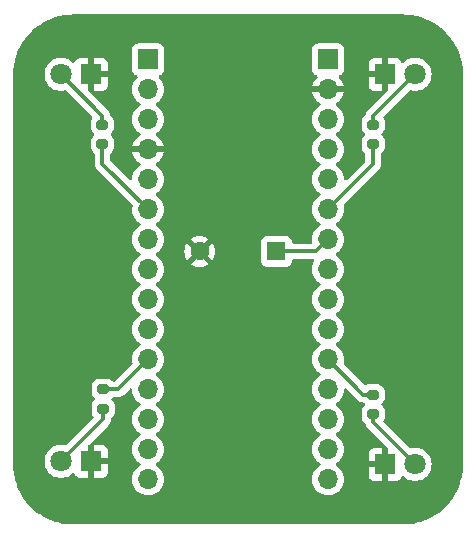
<source format=gbr>
%TF.GenerationSoftware,KiCad,Pcbnew,7.0.6*%
%TF.CreationDate,2024-03-18T09:35:31+01:00*%
%TF.ProjectId,PymonPCB,50796d6f-6e50-4434-922e-6b696361645f,rev?*%
%TF.SameCoordinates,Original*%
%TF.FileFunction,Copper,L2,Bot*%
%TF.FilePolarity,Positive*%
%FSLAX46Y46*%
G04 Gerber Fmt 4.6, Leading zero omitted, Abs format (unit mm)*
G04 Created by KiCad (PCBNEW 7.0.6) date 2024-03-18 09:35:31*
%MOMM*%
%LPD*%
G01*
G04 APERTURE LIST*
G04 Aperture macros list*
%AMRoundRect*
0 Rectangle with rounded corners*
0 $1 Rounding radius*
0 $2 $3 $4 $5 $6 $7 $8 $9 X,Y pos of 4 corners*
0 Add a 4 corners polygon primitive as box body*
4,1,4,$2,$3,$4,$5,$6,$7,$8,$9,$2,$3,0*
0 Add four circle primitives for the rounded corners*
1,1,$1+$1,$2,$3*
1,1,$1+$1,$4,$5*
1,1,$1+$1,$6,$7*
1,1,$1+$1,$8,$9*
0 Add four rect primitives between the rounded corners*
20,1,$1+$1,$2,$3,$4,$5,0*
20,1,$1+$1,$4,$5,$6,$7,0*
20,1,$1+$1,$6,$7,$8,$9,0*
20,1,$1+$1,$8,$9,$2,$3,0*%
G04 Aperture macros list end*
%TA.AperFunction,ComponentPad*%
%ADD10R,1.700000X1.700000*%
%TD*%
%TA.AperFunction,ComponentPad*%
%ADD11O,1.700000X1.700000*%
%TD*%
%TA.AperFunction,ComponentPad*%
%ADD12R,1.800000X1.800000*%
%TD*%
%TA.AperFunction,ComponentPad*%
%ADD13C,1.800000*%
%TD*%
%TA.AperFunction,SMDPad,CuDef*%
%ADD14RoundRect,0.200000X-0.275000X0.200000X-0.275000X-0.200000X0.275000X-0.200000X0.275000X0.200000X0*%
%TD*%
%TA.AperFunction,SMDPad,CuDef*%
%ADD15RoundRect,0.200000X0.275000X-0.200000X0.275000X0.200000X-0.275000X0.200000X-0.275000X-0.200000X0*%
%TD*%
%TA.AperFunction,ComponentPad*%
%ADD16R,1.600000X1.600000*%
%TD*%
%TA.AperFunction,ComponentPad*%
%ADD17C,1.600000*%
%TD*%
%TA.AperFunction,Conductor*%
%ADD18C,0.300000*%
%TD*%
G04 APERTURE END LIST*
D10*
%TO.P,J2,1,Pin_1*%
%TO.N,unconnected-(J2-Pin_1-Pad1)*%
X142240000Y-86360000D03*
D11*
%TO.P,J2,2,Pin_2*%
%TO.N,GND*%
X142240000Y-88900000D03*
%TO.P,J2,3,Pin_3*%
%TO.N,unconnected-(J2-Pin_3-Pad3)*%
X142240000Y-91440000D03*
%TO.P,J2,4,Pin_4*%
%TO.N,unconnected-(J2-Pin_4-Pad4)*%
X142240000Y-93980000D03*
%TO.P,J2,5,Pin_5*%
%TO.N,unconnected-(J2-Pin_5-Pad5)*%
X142240000Y-96520000D03*
%TO.P,J2,6,Pin_6*%
%TO.N,/Red_LED*%
X142240000Y-99060000D03*
%TO.P,J2,7,Pin_7*%
%TO.N,/Buzzer*%
X142240000Y-101600000D03*
%TO.P,J2,8,Pin_8*%
%TO.N,unconnected-(J2-Pin_8-Pad8)*%
X142240000Y-104140000D03*
%TO.P,J2,9,Pin_9*%
%TO.N,unconnected-(J2-Pin_9-Pad9)*%
X142240000Y-106680000D03*
%TO.P,J2,10,Pin_10*%
%TO.N,unconnected-(J2-Pin_10-Pad10)*%
X142240000Y-109220000D03*
%TO.P,J2,11,Pin_11*%
%TO.N,/Green_LED*%
X142240000Y-111760000D03*
%TO.P,J2,12,Pin_12*%
%TO.N,unconnected-(J2-Pin_12-Pad12)*%
X142240000Y-114300000D03*
%TO.P,J2,13,Pin_13*%
%TO.N,unconnected-(J2-Pin_13-Pad13)*%
X142240000Y-116840000D03*
%TO.P,J2,14,Pin_14*%
%TO.N,unconnected-(J2-Pin_14-Pad14)*%
X142240000Y-119380000D03*
%TO.P,J2,15,Pin_15*%
%TO.N,unconnected-(J2-Pin_15-Pad15)*%
X142240000Y-121920000D03*
%TD*%
D10*
%TO.P,J1,1,Pin_1*%
%TO.N,unconnected-(J1-Pin_1-Pad1)*%
X127000000Y-86360000D03*
D11*
%TO.P,J1,2,Pin_2*%
%TO.N,unconnected-(J1-Pin_2-Pad2)*%
X127000000Y-88900000D03*
%TO.P,J1,3,Pin_3*%
%TO.N,unconnected-(J1-Pin_3-Pad3)*%
X127000000Y-91440000D03*
%TO.P,J1,4,Pin_4*%
%TO.N,GND*%
X127000000Y-93980000D03*
%TO.P,J1,5,Pin_5*%
%TO.N,unconnected-(J1-Pin_5-Pad5)*%
X127000000Y-96520000D03*
%TO.P,J1,6,Pin_6*%
%TO.N,/Yellow_LED*%
X127000000Y-99060000D03*
%TO.P,J1,7,Pin_7*%
%TO.N,unconnected-(J1-Pin_7-Pad7)*%
X127000000Y-101600000D03*
%TO.P,J1,8,Pin_8*%
%TO.N,unconnected-(J1-Pin_8-Pad8)*%
X127000000Y-104140000D03*
%TO.P,J1,9,Pin_9*%
%TO.N,unconnected-(J1-Pin_9-Pad9)*%
X127000000Y-106680000D03*
%TO.P,J1,10,Pin_10*%
%TO.N,unconnected-(J1-Pin_10-Pad10)*%
X127000000Y-109220000D03*
%TO.P,J1,11,Pin_11*%
%TO.N,/Blue_LED*%
X127000000Y-111760000D03*
%TO.P,J1,12,Pin_12*%
%TO.N,unconnected-(J1-Pin_12-Pad12)*%
X127000000Y-114300000D03*
%TO.P,J1,13,Pin_13*%
%TO.N,unconnected-(J1-Pin_13-Pad13)*%
X127000000Y-116840000D03*
%TO.P,J1,14,Pin_14*%
%TO.N,unconnected-(J1-Pin_14-Pad14)*%
X127000000Y-119380000D03*
%TO.P,J1,15,Pin_15*%
%TO.N,unconnected-(J1-Pin_15-Pad15)*%
X127000000Y-121920000D03*
%TD*%
D12*
%TO.P,D3,1,K*%
%TO.N,GND*%
X147061000Y-120650000D03*
D13*
%TO.P,D3,2,A*%
%TO.N,Net-(D3-A)*%
X149601000Y-120650000D03*
%TD*%
D14*
%TO.P,R4,1*%
%TO.N,/Blue_LED*%
X123190000Y-114300000D03*
%TO.P,R4,2*%
%TO.N,Net-(D4-A)*%
X123190000Y-115950000D03*
%TD*%
D15*
%TO.P,R2,1*%
%TO.N,/Yellow_LED*%
X123127000Y-93535000D03*
%TO.P,R2,2*%
%TO.N,Net-(D2-A)*%
X123127000Y-91885000D03*
%TD*%
D12*
%TO.P,D4,1,K*%
%TO.N,GND*%
X122174000Y-120396000D03*
D13*
%TO.P,D4,2,A*%
%TO.N,Net-(D4-A)*%
X119634000Y-120396000D03*
%TD*%
D16*
%TO.P,BZ1,1,-*%
%TO.N,/Buzzer*%
X137870000Y-102616000D03*
D17*
%TO.P,BZ1,2,+*%
%TO.N,GND*%
X131370000Y-102616000D03*
%TD*%
D12*
%TO.P,D2,1,K*%
%TO.N,GND*%
X122174000Y-87630000D03*
D13*
%TO.P,D2,2,A*%
%TO.N,Net-(D2-A)*%
X119634000Y-87630000D03*
%TD*%
D15*
%TO.P,R1,1*%
%TO.N,/Red_LED*%
X146050000Y-93535000D03*
%TO.P,R1,2*%
%TO.N,Net-(D1-A)*%
X146050000Y-91885000D03*
%TD*%
D14*
%TO.P,R3,1*%
%TO.N,/Green_LED*%
X146050000Y-114745000D03*
%TO.P,R3,2*%
%TO.N,Net-(D3-A)*%
X146050000Y-116395000D03*
%TD*%
D12*
%TO.P,D1,1,K*%
%TO.N,GND*%
X147061000Y-87630000D03*
D13*
%TO.P,D1,2,A*%
%TO.N,Net-(D1-A)*%
X149601000Y-87630000D03*
%TD*%
D18*
%TO.N,/Buzzer*%
X141224000Y-102616000D02*
X137870000Y-102616000D01*
X142240000Y-101600000D02*
X141224000Y-102616000D01*
%TO.N,Net-(D1-A)*%
X146050000Y-91885000D02*
X146050000Y-91181000D01*
X146050000Y-91181000D02*
X149601000Y-87630000D01*
%TO.N,Net-(D2-A)*%
X123127000Y-91885000D02*
X123127000Y-91123000D01*
X123127000Y-91123000D02*
X119634000Y-87630000D01*
%TO.N,Net-(D3-A)*%
X146050000Y-117099000D02*
X149601000Y-120650000D01*
X146050000Y-116395000D02*
X146050000Y-117099000D01*
%TO.N,Net-(D4-A)*%
X123190000Y-116840000D02*
X119634000Y-120396000D01*
X123190000Y-115950000D02*
X123190000Y-116840000D01*
%TO.N,/Red_LED*%
X142240000Y-99060000D02*
X146050000Y-95250000D01*
X146050000Y-95250000D02*
X146050000Y-93535000D01*
%TO.N,/Yellow_LED*%
X127000000Y-99060000D02*
X123127000Y-95187000D01*
X123127000Y-95187000D02*
X123127000Y-93535000D01*
%TO.N,/Green_LED*%
X145225000Y-114745000D02*
X142240000Y-111760000D01*
X146050000Y-114745000D02*
X145225000Y-114745000D01*
%TO.N,/Blue_LED*%
X124460000Y-114300000D02*
X127000000Y-111760000D01*
X123190000Y-114300000D02*
X124460000Y-114300000D01*
%TD*%
%TA.AperFunction,Conductor*%
%TO.N,GND*%
G36*
X148807525Y-82559496D02*
G01*
X149012732Y-82568456D01*
X149017654Y-82568870D01*
X149235755Y-82596056D01*
X149440849Y-82623058D01*
X149445420Y-82623837D01*
X149660399Y-82668913D01*
X149862714Y-82713766D01*
X149866969Y-82714869D01*
X149985715Y-82750222D01*
X150077449Y-82777533D01*
X150130220Y-82794171D01*
X150275378Y-82839939D01*
X150279180Y-82841277D01*
X150483265Y-82920912D01*
X150483908Y-82921163D01*
X150675763Y-83000632D01*
X150679234Y-83002196D01*
X150876710Y-83098737D01*
X150876733Y-83098748D01*
X151061061Y-83194704D01*
X151064169Y-83196437D01*
X151186039Y-83269054D01*
X151253108Y-83309019D01*
X151428522Y-83420771D01*
X151431212Y-83422586D01*
X151610304Y-83550456D01*
X151775405Y-83677142D01*
X151777733Y-83679019D01*
X151945753Y-83821323D01*
X152100324Y-83962962D01*
X152257037Y-84119675D01*
X152398676Y-84274246D01*
X152540979Y-84442265D01*
X152542856Y-84444593D01*
X152669543Y-84609695D01*
X152797412Y-84788786D01*
X152799244Y-84791501D01*
X152910986Y-84966901D01*
X153023561Y-85155829D01*
X153025294Y-85158937D01*
X153121251Y-85343266D01*
X153217786Y-85540731D01*
X153219366Y-85544235D01*
X153298836Y-85736091D01*
X153330362Y-85816886D01*
X153378708Y-85940785D01*
X153380072Y-85944657D01*
X153442466Y-86142549D01*
X153505124Y-86353014D01*
X153506232Y-86357286D01*
X153551099Y-86559663D01*
X153596157Y-86774559D01*
X153596946Y-86779191D01*
X153623952Y-86984318D01*
X153651126Y-87202322D01*
X153651543Y-87207288D01*
X153660512Y-87412701D01*
X153669500Y-87630000D01*
X153669500Y-120650000D01*
X153660512Y-120867298D01*
X153651543Y-121072710D01*
X153651126Y-121077676D01*
X153623952Y-121295681D01*
X153596946Y-121500807D01*
X153596157Y-121505439D01*
X153551099Y-121720336D01*
X153506232Y-121922712D01*
X153505124Y-121926984D01*
X153442466Y-122137450D01*
X153380072Y-122335341D01*
X153378700Y-122339236D01*
X153298836Y-122543908D01*
X153219366Y-122735763D01*
X153217786Y-122739267D01*
X153121251Y-122936733D01*
X153025294Y-123121061D01*
X153023561Y-123124169D01*
X152910986Y-123313098D01*
X152799244Y-123488497D01*
X152797412Y-123491212D01*
X152669543Y-123670304D01*
X152542856Y-123835405D01*
X152540979Y-123837733D01*
X152398676Y-124005753D01*
X152257037Y-124160324D01*
X152100324Y-124317037D01*
X151945753Y-124458676D01*
X151777733Y-124600979D01*
X151775405Y-124602856D01*
X151610304Y-124729543D01*
X151431212Y-124857412D01*
X151428497Y-124859244D01*
X151253098Y-124970986D01*
X151064169Y-125083561D01*
X151061061Y-125085294D01*
X150876733Y-125181251D01*
X150679267Y-125277786D01*
X150675763Y-125279366D01*
X150483908Y-125358836D01*
X150279236Y-125438700D01*
X150275341Y-125440072D01*
X150077450Y-125502466D01*
X149866984Y-125565124D01*
X149862712Y-125566232D01*
X149660336Y-125611099D01*
X149445439Y-125656157D01*
X149440807Y-125656946D01*
X149235681Y-125683952D01*
X149017676Y-125711126D01*
X149012710Y-125711543D01*
X148807298Y-125720512D01*
X148590000Y-125729500D01*
X120650000Y-125729500D01*
X120432701Y-125720512D01*
X120227288Y-125711543D01*
X120222322Y-125711126D01*
X120004318Y-125683952D01*
X119799191Y-125656946D01*
X119794559Y-125656157D01*
X119579663Y-125611099D01*
X119377286Y-125566232D01*
X119373014Y-125565124D01*
X119162549Y-125502466D01*
X118964657Y-125440072D01*
X118960785Y-125438708D01*
X118828255Y-125386995D01*
X118756091Y-125358836D01*
X118564235Y-125279366D01*
X118560731Y-125277786D01*
X118363266Y-125181251D01*
X118178937Y-125085294D01*
X118175829Y-125083561D01*
X117986901Y-124970986D01*
X117811501Y-124859244D01*
X117808786Y-124857412D01*
X117629695Y-124729543D01*
X117464593Y-124602856D01*
X117462265Y-124600979D01*
X117294246Y-124458676D01*
X117139675Y-124317037D01*
X116982962Y-124160324D01*
X116841323Y-124005753D01*
X116699019Y-123837733D01*
X116697142Y-123835405D01*
X116570456Y-123670304D01*
X116442586Y-123491212D01*
X116440771Y-123488522D01*
X116329013Y-123313098D01*
X116289054Y-123246039D01*
X116216437Y-123124169D01*
X116214704Y-123121061D01*
X116118748Y-122936733D01*
X116022196Y-122739234D01*
X116020632Y-122735763D01*
X115941163Y-122543908D01*
X115923398Y-122498381D01*
X115861277Y-122339180D01*
X115859939Y-122335378D01*
X115803197Y-122155413D01*
X115797533Y-122137449D01*
X115760273Y-122012297D01*
X115734869Y-121926969D01*
X115733766Y-121922712D01*
X115712428Y-121826464D01*
X115688913Y-121720399D01*
X115643837Y-121505420D01*
X115643058Y-121500849D01*
X115616047Y-121295681D01*
X115588870Y-121077654D01*
X115588456Y-121072732D01*
X115579487Y-120867298D01*
X115570500Y-120650000D01*
X115570500Y-120649500D01*
X115570500Y-120396006D01*
X118228700Y-120396006D01*
X118247864Y-120627297D01*
X118247866Y-120627308D01*
X118304842Y-120852300D01*
X118398075Y-121064848D01*
X118525016Y-121259147D01*
X118525019Y-121259151D01*
X118525021Y-121259153D01*
X118682216Y-121429913D01*
X118682219Y-121429915D01*
X118682222Y-121429918D01*
X118865365Y-121572464D01*
X118865371Y-121572468D01*
X118865374Y-121572470D01*
X119069497Y-121682936D01*
X119183487Y-121722068D01*
X119289015Y-121758297D01*
X119289017Y-121758297D01*
X119289019Y-121758298D01*
X119517951Y-121796500D01*
X119517952Y-121796500D01*
X119750048Y-121796500D01*
X119750049Y-121796500D01*
X119978981Y-121758298D01*
X120198503Y-121682936D01*
X120402626Y-121572470D01*
X120585784Y-121429913D01*
X120594511Y-121420432D01*
X120654394Y-121384441D01*
X120724232Y-121386538D01*
X120781850Y-121426060D01*
X120801924Y-121461080D01*
X120830645Y-121538086D01*
X120830649Y-121538093D01*
X120916809Y-121653187D01*
X120916812Y-121653190D01*
X121031906Y-121739350D01*
X121031913Y-121739354D01*
X121166620Y-121789596D01*
X121166627Y-121789598D01*
X121226155Y-121795999D01*
X121226172Y-121796000D01*
X121924000Y-121796000D01*
X121924000Y-120770189D01*
X121976547Y-120806016D01*
X122106173Y-120846000D01*
X122207724Y-120846000D01*
X122308138Y-120830865D01*
X122424000Y-120775068D01*
X122424000Y-121796000D01*
X123121828Y-121796000D01*
X123121844Y-121795999D01*
X123181372Y-121789598D01*
X123181379Y-121789596D01*
X123316086Y-121739354D01*
X123316093Y-121739350D01*
X123431187Y-121653190D01*
X123431190Y-121653187D01*
X123517350Y-121538093D01*
X123517354Y-121538086D01*
X123567596Y-121403379D01*
X123567598Y-121403372D01*
X123573999Y-121343844D01*
X123574000Y-121343827D01*
X123574000Y-120646000D01*
X122549278Y-120646000D01*
X122597625Y-120562260D01*
X122627810Y-120430008D01*
X122617673Y-120294735D01*
X122568113Y-120168459D01*
X122550203Y-120146000D01*
X123573999Y-120146000D01*
X123574000Y-119448172D01*
X123573999Y-119448155D01*
X123567598Y-119388627D01*
X123567596Y-119388620D01*
X123517354Y-119253913D01*
X123517350Y-119253906D01*
X123431190Y-119138812D01*
X123431187Y-119138809D01*
X123316093Y-119052649D01*
X123316086Y-119052645D01*
X123181379Y-119002403D01*
X123181372Y-119002401D01*
X123121844Y-118996000D01*
X122424000Y-118996000D01*
X122424000Y-120021810D01*
X122371453Y-119985984D01*
X122241827Y-119946000D01*
X122140276Y-119946000D01*
X122039862Y-119961135D01*
X121923999Y-120016931D01*
X121923999Y-119077307D01*
X121943684Y-119010268D01*
X121960313Y-118989631D01*
X123589513Y-117360431D01*
X123602079Y-117350365D01*
X123601925Y-117350178D01*
X123607937Y-117345204D01*
X123607937Y-117345203D01*
X123607940Y-117345202D01*
X123657190Y-117292755D01*
X123678911Y-117271035D01*
X123683401Y-117265245D01*
X123687183Y-117260815D01*
X123720448Y-117225393D01*
X123730674Y-117206790D01*
X123741353Y-117190533D01*
X123754362Y-117173764D01*
X123773656Y-117129175D01*
X123776212Y-117123956D01*
X123799627Y-117081368D01*
X123804905Y-117060806D01*
X123811207Y-117042399D01*
X123819635Y-117022927D01*
X123827233Y-116974953D01*
X123828414Y-116969247D01*
X123840500Y-116922177D01*
X123840500Y-116900949D01*
X123842027Y-116881549D01*
X123845346Y-116860595D01*
X123841766Y-116822723D01*
X123855055Y-116754130D01*
X123895179Y-116711236D01*
X123894285Y-116710094D01*
X123900180Y-116705474D01*
X123900185Y-116705472D01*
X124020472Y-116585185D01*
X124108478Y-116439606D01*
X124159086Y-116277196D01*
X124165500Y-116206616D01*
X124165500Y-115693384D01*
X124159086Y-115622804D01*
X124108478Y-115460394D01*
X124020472Y-115314815D01*
X124020470Y-115314813D01*
X124020469Y-115314811D01*
X123918338Y-115212680D01*
X123884853Y-115151357D01*
X123889837Y-115081665D01*
X123918337Y-115037319D01*
X123968839Y-114986818D01*
X124030162Y-114953334D01*
X124056519Y-114950500D01*
X124374495Y-114950500D01*
X124390505Y-114952267D01*
X124390528Y-114952026D01*
X124398289Y-114952758D01*
X124398296Y-114952760D01*
X124470203Y-114950500D01*
X124500925Y-114950500D01*
X124508190Y-114949581D01*
X124514016Y-114949122D01*
X124562569Y-114947597D01*
X124582956Y-114941673D01*
X124601996Y-114937731D01*
X124623058Y-114935071D01*
X124668235Y-114917183D01*
X124673735Y-114915300D01*
X124720398Y-114901744D01*
X124738665Y-114890939D01*
X124756136Y-114882380D01*
X124775871Y-114874568D01*
X124815177Y-114846010D01*
X124820043Y-114842813D01*
X124861865Y-114818081D01*
X124876870Y-114803075D01*
X124891668Y-114790436D01*
X124908837Y-114777963D01*
X124939809Y-114740522D01*
X124943723Y-114736221D01*
X125435039Y-114244905D01*
X125496360Y-114211422D01*
X125566052Y-114216406D01*
X125621985Y-114258278D01*
X125646246Y-114321780D01*
X125664936Y-114535403D01*
X125664938Y-114535413D01*
X125726094Y-114763655D01*
X125726096Y-114763659D01*
X125726097Y-114763663D01*
X125797185Y-114916111D01*
X125825965Y-114977830D01*
X125825967Y-114977834D01*
X125929015Y-115125000D01*
X125959357Y-115168334D01*
X125961501Y-115171395D01*
X125961506Y-115171402D01*
X126128597Y-115338493D01*
X126128603Y-115338498D01*
X126314158Y-115468425D01*
X126357783Y-115523002D01*
X126364977Y-115592500D01*
X126333454Y-115654855D01*
X126314158Y-115671575D01*
X126128597Y-115801505D01*
X125961505Y-115968597D01*
X125825965Y-116162169D01*
X125825964Y-116162171D01*
X125726098Y-116376335D01*
X125726094Y-116376344D01*
X125664938Y-116604586D01*
X125664936Y-116604596D01*
X125644341Y-116839999D01*
X125644341Y-116840000D01*
X125664936Y-117075403D01*
X125664938Y-117075413D01*
X125726094Y-117303655D01*
X125726096Y-117303659D01*
X125726097Y-117303663D01*
X125777955Y-117414872D01*
X125825965Y-117517830D01*
X125825967Y-117517834D01*
X125961501Y-117711395D01*
X125961506Y-117711402D01*
X126128597Y-117878493D01*
X126128603Y-117878498D01*
X126314158Y-118008425D01*
X126357783Y-118063002D01*
X126364977Y-118132500D01*
X126333454Y-118194855D01*
X126314158Y-118211575D01*
X126128597Y-118341505D01*
X125961505Y-118508597D01*
X125825965Y-118702169D01*
X125825964Y-118702171D01*
X125726098Y-118916335D01*
X125726094Y-118916344D01*
X125664938Y-119144586D01*
X125664936Y-119144596D01*
X125644341Y-119379999D01*
X125644341Y-119380000D01*
X125664936Y-119615403D01*
X125664938Y-119615413D01*
X125726094Y-119843655D01*
X125726096Y-119843659D01*
X125726097Y-119843663D01*
X125770880Y-119939700D01*
X125825965Y-120057830D01*
X125825967Y-120057834D01*
X125961501Y-120251395D01*
X125961506Y-120251402D01*
X126128597Y-120418493D01*
X126128603Y-120418498D01*
X126314158Y-120548425D01*
X126357783Y-120603002D01*
X126364977Y-120672500D01*
X126333454Y-120734855D01*
X126314158Y-120751575D01*
X126128597Y-120881505D01*
X125961505Y-121048597D01*
X125825965Y-121242169D01*
X125825964Y-121242171D01*
X125726098Y-121456335D01*
X125726094Y-121456344D01*
X125664938Y-121684586D01*
X125664936Y-121684596D01*
X125644341Y-121919999D01*
X125644341Y-121920000D01*
X125664936Y-122155403D01*
X125664938Y-122155413D01*
X125726094Y-122383655D01*
X125726096Y-122383659D01*
X125726097Y-122383663D01*
X125779591Y-122498381D01*
X125825965Y-122597830D01*
X125825967Y-122597834D01*
X125922547Y-122735763D01*
X125961505Y-122791401D01*
X126128599Y-122958495D01*
X126225384Y-123026265D01*
X126322165Y-123094032D01*
X126322167Y-123094033D01*
X126322170Y-123094035D01*
X126536337Y-123193903D01*
X126764592Y-123255063D01*
X126952918Y-123271539D01*
X126999999Y-123275659D01*
X127000000Y-123275659D01*
X127000001Y-123275659D01*
X127039234Y-123272226D01*
X127235408Y-123255063D01*
X127463663Y-123193903D01*
X127677830Y-123094035D01*
X127871401Y-122958495D01*
X128038495Y-122791401D01*
X128174035Y-122597830D01*
X128273903Y-122383663D01*
X128335063Y-122155408D01*
X128355659Y-121920000D01*
X128335063Y-121684592D01*
X128273903Y-121456337D01*
X128174035Y-121242171D01*
X128074487Y-121100000D01*
X128038494Y-121048597D01*
X127871402Y-120881506D01*
X127871401Y-120881505D01*
X127685842Y-120751575D01*
X127685841Y-120751574D01*
X127642216Y-120696997D01*
X127635024Y-120627498D01*
X127666546Y-120565144D01*
X127685836Y-120548428D01*
X127871401Y-120418495D01*
X128038495Y-120251401D01*
X128174035Y-120057830D01*
X128273903Y-119843663D01*
X128335063Y-119615408D01*
X128355659Y-119380000D01*
X128335063Y-119144592D01*
X128273903Y-118916337D01*
X128174035Y-118702171D01*
X128038495Y-118508599D01*
X128038494Y-118508597D01*
X127871402Y-118341506D01*
X127871396Y-118341501D01*
X127685842Y-118211575D01*
X127642217Y-118156998D01*
X127635023Y-118087500D01*
X127666546Y-118025145D01*
X127685842Y-118008425D01*
X127708026Y-117992891D01*
X127871401Y-117878495D01*
X128038495Y-117711401D01*
X128174035Y-117517830D01*
X128273903Y-117303663D01*
X128335063Y-117075408D01*
X128355659Y-116840000D01*
X128335063Y-116604592D01*
X128273903Y-116376337D01*
X128174035Y-116162171D01*
X128157380Y-116138384D01*
X128038494Y-115968597D01*
X127871402Y-115801506D01*
X127871401Y-115801505D01*
X127716991Y-115693386D01*
X127685841Y-115671574D01*
X127642216Y-115616997D01*
X127635024Y-115547498D01*
X127666546Y-115485144D01*
X127685836Y-115468428D01*
X127871401Y-115338495D01*
X128038495Y-115171401D01*
X128174035Y-114977830D01*
X128273903Y-114763663D01*
X128335063Y-114535408D01*
X128355659Y-114300000D01*
X128335063Y-114064592D01*
X128273903Y-113836337D01*
X128174035Y-113622171D01*
X128167741Y-113613181D01*
X128038494Y-113428597D01*
X127871402Y-113261506D01*
X127871396Y-113261501D01*
X127685842Y-113131575D01*
X127642217Y-113076998D01*
X127635023Y-113007500D01*
X127666546Y-112945145D01*
X127685842Y-112928425D01*
X127708026Y-112912891D01*
X127871401Y-112798495D01*
X128038495Y-112631401D01*
X128174035Y-112437830D01*
X128273903Y-112223663D01*
X128335063Y-111995408D01*
X128355659Y-111760000D01*
X128335063Y-111524592D01*
X128273903Y-111296337D01*
X128174035Y-111082171D01*
X128038495Y-110888599D01*
X128038494Y-110888597D01*
X127871402Y-110721506D01*
X127871401Y-110721505D01*
X127685842Y-110591575D01*
X127685841Y-110591574D01*
X127642216Y-110536997D01*
X127635024Y-110467498D01*
X127666546Y-110405144D01*
X127685836Y-110388428D01*
X127871401Y-110258495D01*
X128038495Y-110091401D01*
X128174035Y-109897830D01*
X128273903Y-109683663D01*
X128335063Y-109455408D01*
X128355659Y-109220000D01*
X128335063Y-108984592D01*
X128273903Y-108756337D01*
X128174035Y-108542171D01*
X128038495Y-108348599D01*
X128038494Y-108348597D01*
X127871402Y-108181506D01*
X127871396Y-108181501D01*
X127685842Y-108051575D01*
X127642217Y-107996998D01*
X127635023Y-107927500D01*
X127666546Y-107865145D01*
X127685842Y-107848425D01*
X127708026Y-107832891D01*
X127871401Y-107718495D01*
X128038495Y-107551401D01*
X128174035Y-107357830D01*
X128273903Y-107143663D01*
X128335063Y-106915408D01*
X128355659Y-106680000D01*
X128335063Y-106444592D01*
X128273903Y-106216337D01*
X128174035Y-106002171D01*
X128038495Y-105808599D01*
X128038494Y-105808597D01*
X127871402Y-105641506D01*
X127871401Y-105641505D01*
X127685842Y-105511575D01*
X127685841Y-105511574D01*
X127642216Y-105456997D01*
X127635024Y-105387498D01*
X127666546Y-105325144D01*
X127685836Y-105308428D01*
X127871401Y-105178495D01*
X128038495Y-105011401D01*
X128174035Y-104817830D01*
X128273903Y-104603663D01*
X128335063Y-104375408D01*
X128355659Y-104140000D01*
X128335063Y-103904592D01*
X128273903Y-103676337D01*
X128174035Y-103462171D01*
X128174034Y-103462169D01*
X128038494Y-103268597D01*
X127871402Y-103101506D01*
X127871396Y-103101501D01*
X127685842Y-102971575D01*
X127642217Y-102916998D01*
X127635023Y-102847500D01*
X127666546Y-102785145D01*
X127685842Y-102768425D01*
X127800859Y-102687889D01*
X127871401Y-102638495D01*
X127893894Y-102616002D01*
X130065034Y-102616002D01*
X130084858Y-102842599D01*
X130084860Y-102842610D01*
X130143730Y-103062317D01*
X130143734Y-103062326D01*
X130239865Y-103268481D01*
X130239866Y-103268483D01*
X130290973Y-103341471D01*
X130290974Y-103341472D01*
X130886922Y-102745523D01*
X130910507Y-102825844D01*
X130988239Y-102946798D01*
X131096900Y-103040952D01*
X131227685Y-103100680D01*
X131237466Y-103102086D01*
X130644526Y-103695025D01*
X130644526Y-103695026D01*
X130717512Y-103746131D01*
X130717516Y-103746133D01*
X130923673Y-103842265D01*
X130923682Y-103842269D01*
X131143389Y-103901139D01*
X131143400Y-103901141D01*
X131369998Y-103920966D01*
X131370002Y-103920966D01*
X131596599Y-103901141D01*
X131596610Y-103901139D01*
X131816317Y-103842269D01*
X131816331Y-103842264D01*
X132022478Y-103746136D01*
X132095472Y-103695025D01*
X131864317Y-103463870D01*
X136569500Y-103463870D01*
X136569501Y-103463876D01*
X136575908Y-103523483D01*
X136626202Y-103658328D01*
X136626206Y-103658335D01*
X136712452Y-103773544D01*
X136712455Y-103773547D01*
X136827664Y-103859793D01*
X136827671Y-103859797D01*
X136962517Y-103910091D01*
X136962516Y-103910091D01*
X136969444Y-103910835D01*
X137022127Y-103916500D01*
X138717872Y-103916499D01*
X138777483Y-103910091D01*
X138912331Y-103859796D01*
X139027546Y-103773546D01*
X139113796Y-103658331D01*
X139164091Y-103523483D01*
X139170500Y-103463873D01*
X139170500Y-103390499D01*
X139190185Y-103323461D01*
X139242989Y-103277706D01*
X139294500Y-103266500D01*
X140964773Y-103266500D01*
X141031812Y-103286185D01*
X141077567Y-103338989D01*
X141087511Y-103408147D01*
X141068114Y-103457162D01*
X141068671Y-103457484D01*
X141066499Y-103461244D01*
X141066352Y-103461618D01*
X141065965Y-103462170D01*
X141065964Y-103462171D01*
X140966098Y-103676335D01*
X140966094Y-103676344D01*
X140904938Y-103904586D01*
X140904936Y-103904596D01*
X140884341Y-104139999D01*
X140884341Y-104140000D01*
X140904936Y-104375403D01*
X140904938Y-104375413D01*
X140966094Y-104603655D01*
X140966096Y-104603659D01*
X140966097Y-104603663D01*
X141065965Y-104817830D01*
X141065967Y-104817834D01*
X141201501Y-105011395D01*
X141201506Y-105011402D01*
X141368597Y-105178493D01*
X141368603Y-105178498D01*
X141554158Y-105308425D01*
X141597783Y-105363002D01*
X141604977Y-105432500D01*
X141573454Y-105494855D01*
X141554158Y-105511575D01*
X141368597Y-105641505D01*
X141201505Y-105808597D01*
X141065965Y-106002169D01*
X141065964Y-106002171D01*
X140966098Y-106216335D01*
X140966094Y-106216344D01*
X140904938Y-106444586D01*
X140904936Y-106444596D01*
X140884341Y-106679999D01*
X140884341Y-106680000D01*
X140904936Y-106915403D01*
X140904938Y-106915413D01*
X140966094Y-107143655D01*
X140966096Y-107143659D01*
X140966097Y-107143663D01*
X141065965Y-107357829D01*
X141065965Y-107357830D01*
X141065967Y-107357834D01*
X141201501Y-107551395D01*
X141201506Y-107551402D01*
X141368597Y-107718493D01*
X141368603Y-107718498D01*
X141554158Y-107848425D01*
X141597783Y-107903002D01*
X141604977Y-107972500D01*
X141573454Y-108034855D01*
X141554158Y-108051575D01*
X141368597Y-108181505D01*
X141201505Y-108348597D01*
X141065965Y-108542169D01*
X141065964Y-108542171D01*
X140966098Y-108756335D01*
X140966094Y-108756344D01*
X140904938Y-108984586D01*
X140904936Y-108984596D01*
X140884341Y-109219999D01*
X140884341Y-109220000D01*
X140904936Y-109455403D01*
X140904938Y-109455413D01*
X140966094Y-109683655D01*
X140966096Y-109683659D01*
X140966097Y-109683663D01*
X141065965Y-109897829D01*
X141065965Y-109897830D01*
X141065967Y-109897834D01*
X141201501Y-110091395D01*
X141201506Y-110091402D01*
X141368597Y-110258493D01*
X141368603Y-110258498D01*
X141554158Y-110388425D01*
X141597783Y-110443002D01*
X141604977Y-110512500D01*
X141573454Y-110574855D01*
X141554158Y-110591575D01*
X141368597Y-110721505D01*
X141201505Y-110888597D01*
X141065965Y-111082169D01*
X141065964Y-111082171D01*
X140966098Y-111296335D01*
X140966094Y-111296344D01*
X140904938Y-111524586D01*
X140904936Y-111524596D01*
X140884341Y-111759999D01*
X140884341Y-111760000D01*
X140904936Y-111995403D01*
X140904938Y-111995413D01*
X140966094Y-112223655D01*
X140966096Y-112223659D01*
X140966097Y-112223663D01*
X141065965Y-112437830D01*
X141065967Y-112437834D01*
X141201501Y-112631395D01*
X141201506Y-112631402D01*
X141368597Y-112798493D01*
X141368603Y-112798498D01*
X141554158Y-112928425D01*
X141597783Y-112983002D01*
X141604977Y-113052500D01*
X141573454Y-113114855D01*
X141554158Y-113131575D01*
X141368597Y-113261505D01*
X141201505Y-113428597D01*
X141065965Y-113622169D01*
X141065964Y-113622171D01*
X140966098Y-113836335D01*
X140966094Y-113836344D01*
X140904938Y-114064586D01*
X140904936Y-114064596D01*
X140884341Y-114299999D01*
X140884341Y-114300000D01*
X140904936Y-114535403D01*
X140904938Y-114535413D01*
X140966094Y-114763655D01*
X140966096Y-114763659D01*
X140966097Y-114763663D01*
X141037185Y-114916111D01*
X141065965Y-114977830D01*
X141065967Y-114977834D01*
X141169015Y-115125000D01*
X141199357Y-115168334D01*
X141201501Y-115171395D01*
X141201506Y-115171402D01*
X141368597Y-115338493D01*
X141368603Y-115338498D01*
X141554158Y-115468425D01*
X141597783Y-115523002D01*
X141604977Y-115592500D01*
X141573454Y-115654855D01*
X141554158Y-115671575D01*
X141368597Y-115801505D01*
X141201505Y-115968597D01*
X141065965Y-116162169D01*
X141065964Y-116162171D01*
X140966098Y-116376335D01*
X140966094Y-116376344D01*
X140904938Y-116604586D01*
X140904936Y-116604596D01*
X140884341Y-116839999D01*
X140884341Y-116840000D01*
X140904936Y-117075403D01*
X140904938Y-117075413D01*
X140966094Y-117303655D01*
X140966096Y-117303659D01*
X140966097Y-117303663D01*
X141017955Y-117414872D01*
X141065965Y-117517830D01*
X141065967Y-117517834D01*
X141201501Y-117711395D01*
X141201506Y-117711402D01*
X141368597Y-117878493D01*
X141368603Y-117878498D01*
X141554158Y-118008425D01*
X141597783Y-118063002D01*
X141604977Y-118132500D01*
X141573454Y-118194855D01*
X141554158Y-118211575D01*
X141368597Y-118341505D01*
X141201505Y-118508597D01*
X141065965Y-118702169D01*
X141065964Y-118702171D01*
X140966098Y-118916335D01*
X140966094Y-118916344D01*
X140904938Y-119144586D01*
X140904936Y-119144596D01*
X140884341Y-119379999D01*
X140884341Y-119380000D01*
X140904936Y-119615403D01*
X140904938Y-119615413D01*
X140966094Y-119843655D01*
X140966096Y-119843659D01*
X140966097Y-119843663D01*
X141010880Y-119939700D01*
X141065965Y-120057830D01*
X141065967Y-120057834D01*
X141201501Y-120251395D01*
X141201506Y-120251402D01*
X141368597Y-120418493D01*
X141368603Y-120418498D01*
X141554158Y-120548425D01*
X141597783Y-120603002D01*
X141604977Y-120672500D01*
X141573454Y-120734855D01*
X141554158Y-120751575D01*
X141368597Y-120881505D01*
X141201505Y-121048597D01*
X141065965Y-121242169D01*
X141065964Y-121242171D01*
X140966098Y-121456335D01*
X140966094Y-121456344D01*
X140904938Y-121684586D01*
X140904936Y-121684596D01*
X140884341Y-121919999D01*
X140884341Y-121920000D01*
X140904936Y-122155403D01*
X140904938Y-122155413D01*
X140966094Y-122383655D01*
X140966096Y-122383659D01*
X140966097Y-122383663D01*
X141019591Y-122498381D01*
X141065965Y-122597830D01*
X141065967Y-122597834D01*
X141162547Y-122735763D01*
X141201505Y-122791401D01*
X141368599Y-122958495D01*
X141465384Y-123026265D01*
X141562165Y-123094032D01*
X141562167Y-123094033D01*
X141562170Y-123094035D01*
X141776337Y-123193903D01*
X142004592Y-123255063D01*
X142192918Y-123271539D01*
X142239999Y-123275659D01*
X142240000Y-123275659D01*
X142240001Y-123275659D01*
X142279234Y-123272226D01*
X142475408Y-123255063D01*
X142703663Y-123193903D01*
X142917830Y-123094035D01*
X143111401Y-122958495D01*
X143278495Y-122791401D01*
X143414035Y-122597830D01*
X143513903Y-122383663D01*
X143575063Y-122155408D01*
X143595659Y-121920000D01*
X143575063Y-121684592D01*
X143513903Y-121456337D01*
X143414035Y-121242171D01*
X143314487Y-121100000D01*
X143278494Y-121048597D01*
X143111402Y-120881506D01*
X143111401Y-120881505D01*
X142925842Y-120751575D01*
X142925841Y-120751574D01*
X142882216Y-120696997D01*
X142875024Y-120627498D01*
X142906546Y-120565144D01*
X142925836Y-120548428D01*
X143111401Y-120418495D01*
X143278495Y-120251401D01*
X143414035Y-120057830D01*
X143513903Y-119843663D01*
X143575063Y-119615408D01*
X143595659Y-119380000D01*
X143575063Y-119144592D01*
X143513903Y-118916337D01*
X143414035Y-118702171D01*
X143278495Y-118508599D01*
X143278494Y-118508597D01*
X143111402Y-118341506D01*
X143111396Y-118341501D01*
X142925842Y-118211575D01*
X142882217Y-118156998D01*
X142875023Y-118087500D01*
X142906546Y-118025145D01*
X142925842Y-118008425D01*
X142948026Y-117992891D01*
X143111401Y-117878495D01*
X143278495Y-117711401D01*
X143414035Y-117517830D01*
X143513903Y-117303663D01*
X143575063Y-117075408D01*
X143595659Y-116840000D01*
X143575063Y-116604592D01*
X143513903Y-116376337D01*
X143414035Y-116162171D01*
X143397380Y-116138384D01*
X143278494Y-115968597D01*
X143111402Y-115801506D01*
X143111401Y-115801505D01*
X142956991Y-115693386D01*
X142925841Y-115671574D01*
X142882216Y-115616997D01*
X142875024Y-115547498D01*
X142906546Y-115485144D01*
X142925836Y-115468428D01*
X143111401Y-115338495D01*
X143278495Y-115171401D01*
X143414035Y-114977830D01*
X143513903Y-114763663D01*
X143575063Y-114535408D01*
X143593753Y-114321781D01*
X143619205Y-114256713D01*
X143675796Y-114215734D01*
X143745558Y-114211856D01*
X143804962Y-114244908D01*
X144704564Y-115144510D01*
X144714635Y-115157080D01*
X144714822Y-115156926D01*
X144719796Y-115162937D01*
X144719798Y-115162940D01*
X144748345Y-115189748D01*
X144772243Y-115212190D01*
X144793967Y-115233913D01*
X144799757Y-115238405D01*
X144804197Y-115242197D01*
X144833498Y-115269711D01*
X144839607Y-115275448D01*
X144839609Y-115275449D01*
X144858205Y-115285672D01*
X144874470Y-115296357D01*
X144891232Y-115309360D01*
X144891235Y-115309361D01*
X144891236Y-115309362D01*
X144935823Y-115328656D01*
X144941059Y-115331221D01*
X144983632Y-115354627D01*
X144999340Y-115358659D01*
X145004186Y-115359904D01*
X145022598Y-115366207D01*
X145042073Y-115374635D01*
X145081033Y-115380805D01*
X145090046Y-115382233D01*
X145095756Y-115383415D01*
X145142823Y-115395500D01*
X145164050Y-115395500D01*
X145183449Y-115397027D01*
X145206537Y-115400684D01*
X145269671Y-115430614D01*
X145274819Y-115435476D01*
X145321661Y-115482318D01*
X145355146Y-115543641D01*
X145350162Y-115613333D01*
X145321662Y-115657680D01*
X145219529Y-115759813D01*
X145131522Y-115905393D01*
X145080913Y-116067807D01*
X145074500Y-116138386D01*
X145074500Y-116651613D01*
X145080913Y-116722192D01*
X145080913Y-116722194D01*
X145080914Y-116722196D01*
X145131522Y-116884606D01*
X145215140Y-117022927D01*
X145219530Y-117030188D01*
X145339811Y-117150469D01*
X145339813Y-117150470D01*
X145339815Y-117150472D01*
X145354526Y-117159365D01*
X145401713Y-117210892D01*
X145413396Y-117249932D01*
X145414927Y-117262049D01*
X145414931Y-117262064D01*
X145432813Y-117307230D01*
X145434705Y-117312758D01*
X145448254Y-117359395D01*
X145448255Y-117359397D01*
X145459060Y-117377666D01*
X145467617Y-117395134D01*
X145473226Y-117409300D01*
X145475432Y-117414872D01*
X145503983Y-117454170D01*
X145507188Y-117459049D01*
X145531919Y-117500865D01*
X145531923Y-117500869D01*
X145546925Y-117515871D01*
X145559563Y-117530669D01*
X145572033Y-117547833D01*
X145572036Y-117547837D01*
X145609464Y-117578799D01*
X145613776Y-117582722D01*
X147274682Y-119243628D01*
X147308166Y-119304949D01*
X147311000Y-119331307D01*
X147311000Y-120275810D01*
X147258453Y-120239984D01*
X147128827Y-120200000D01*
X147027276Y-120200000D01*
X146926862Y-120215135D01*
X146811000Y-120270931D01*
X146811000Y-119250000D01*
X146113155Y-119250000D01*
X146053627Y-119256401D01*
X146053620Y-119256403D01*
X145918913Y-119306645D01*
X145918906Y-119306649D01*
X145803812Y-119392809D01*
X145803809Y-119392812D01*
X145717649Y-119507906D01*
X145717645Y-119507913D01*
X145667403Y-119642620D01*
X145667401Y-119642627D01*
X145661000Y-119702155D01*
X145661000Y-120400000D01*
X146685722Y-120400000D01*
X146637375Y-120483740D01*
X146607190Y-120615992D01*
X146617327Y-120751265D01*
X146666887Y-120877541D01*
X146684797Y-120900000D01*
X145661000Y-120900000D01*
X145661000Y-121597844D01*
X145667401Y-121657372D01*
X145667403Y-121657379D01*
X145717645Y-121792086D01*
X145717649Y-121792093D01*
X145803809Y-121907187D01*
X145803812Y-121907190D01*
X145918906Y-121993350D01*
X145918913Y-121993354D01*
X146053620Y-122043596D01*
X146053627Y-122043598D01*
X146113155Y-122049999D01*
X146113172Y-122050000D01*
X146811000Y-122050000D01*
X146811000Y-121024189D01*
X146863547Y-121060016D01*
X146993173Y-121100000D01*
X147094724Y-121100000D01*
X147195138Y-121084865D01*
X147311000Y-121029068D01*
X147311000Y-122050000D01*
X148008828Y-122050000D01*
X148008844Y-122049999D01*
X148068372Y-122043598D01*
X148068379Y-122043596D01*
X148203086Y-121993354D01*
X148203093Y-121993350D01*
X148318187Y-121907190D01*
X148318190Y-121907187D01*
X148404350Y-121792093D01*
X148404355Y-121792084D01*
X148433075Y-121715081D01*
X148474945Y-121659147D01*
X148540409Y-121634729D01*
X148608682Y-121649580D01*
X148640484Y-121674428D01*
X148649216Y-121683913D01*
X148649219Y-121683915D01*
X148649222Y-121683918D01*
X148832365Y-121826464D01*
X148832371Y-121826468D01*
X148832374Y-121826470D01*
X149036497Y-121936936D01*
X149150487Y-121976068D01*
X149256015Y-122012297D01*
X149256017Y-122012297D01*
X149256019Y-122012298D01*
X149484951Y-122050500D01*
X149484952Y-122050500D01*
X149717048Y-122050500D01*
X149717049Y-122050500D01*
X149945981Y-122012298D01*
X150165503Y-121936936D01*
X150369626Y-121826470D01*
X150552784Y-121683913D01*
X150709979Y-121513153D01*
X150836924Y-121318849D01*
X150930157Y-121106300D01*
X150987134Y-120881305D01*
X150988312Y-120867093D01*
X151006300Y-120650006D01*
X151006300Y-120649993D01*
X150987135Y-120418702D01*
X150987133Y-120418691D01*
X150930157Y-120193699D01*
X150836924Y-119981151D01*
X150709983Y-119786852D01*
X150709980Y-119786849D01*
X150709979Y-119786847D01*
X150552784Y-119616087D01*
X150552779Y-119616083D01*
X150552777Y-119616081D01*
X150369634Y-119473535D01*
X150369628Y-119473531D01*
X150165504Y-119363064D01*
X150165495Y-119363061D01*
X149945984Y-119287702D01*
X149758404Y-119256401D01*
X149717049Y-119249500D01*
X149484951Y-119249500D01*
X149370899Y-119268531D01*
X149256012Y-119287703D01*
X149251049Y-119288960D01*
X149250736Y-119287725D01*
X149186940Y-119290602D01*
X149128799Y-119257853D01*
X146956949Y-117086003D01*
X146923464Y-117024680D01*
X146928448Y-116954988D01*
X146938514Y-116934171D01*
X146945765Y-116922177D01*
X146968478Y-116884606D01*
X147019086Y-116722196D01*
X147025500Y-116651616D01*
X147025500Y-116138384D01*
X147019086Y-116067804D01*
X146968478Y-115905394D01*
X146880472Y-115759815D01*
X146880470Y-115759813D01*
X146880469Y-115759811D01*
X146778339Y-115657681D01*
X146744854Y-115596358D01*
X146749838Y-115526666D01*
X146778339Y-115482319D01*
X146880468Y-115380189D01*
X146880469Y-115380188D01*
X146880468Y-115380188D01*
X146880472Y-115380185D01*
X146968478Y-115234606D01*
X147019086Y-115072196D01*
X147025500Y-115001616D01*
X147025500Y-114488384D01*
X147019086Y-114417804D01*
X146968478Y-114255394D01*
X146880472Y-114109815D01*
X146880470Y-114109813D01*
X146880469Y-114109811D01*
X146760188Y-113989530D01*
X146614606Y-113901522D01*
X146614605Y-113901521D01*
X146452196Y-113850914D01*
X146452194Y-113850913D01*
X146452192Y-113850913D01*
X146402778Y-113846423D01*
X146381616Y-113844500D01*
X145718384Y-113844500D01*
X145699145Y-113846248D01*
X145647807Y-113850913D01*
X145485394Y-113901522D01*
X145453900Y-113920561D01*
X145386345Y-113938396D01*
X145319871Y-113916878D01*
X145302070Y-113902124D01*
X143587709Y-112187763D01*
X143554224Y-112126440D01*
X143555615Y-112067989D01*
X143556545Y-112064517D01*
X143575063Y-111995408D01*
X143595659Y-111760000D01*
X143575063Y-111524592D01*
X143513903Y-111296337D01*
X143414035Y-111082171D01*
X143278495Y-110888599D01*
X143278494Y-110888597D01*
X143111402Y-110721506D01*
X143111401Y-110721505D01*
X142925842Y-110591575D01*
X142925841Y-110591574D01*
X142882216Y-110536997D01*
X142875024Y-110467498D01*
X142906546Y-110405144D01*
X142925836Y-110388428D01*
X143111401Y-110258495D01*
X143278495Y-110091401D01*
X143414035Y-109897830D01*
X143513903Y-109683663D01*
X143575063Y-109455408D01*
X143595659Y-109220000D01*
X143575063Y-108984592D01*
X143513903Y-108756337D01*
X143414035Y-108542171D01*
X143278495Y-108348599D01*
X143278494Y-108348597D01*
X143111402Y-108181506D01*
X143111396Y-108181501D01*
X142925842Y-108051575D01*
X142882217Y-107996998D01*
X142875023Y-107927500D01*
X142906546Y-107865145D01*
X142925842Y-107848425D01*
X142948026Y-107832891D01*
X143111401Y-107718495D01*
X143278495Y-107551401D01*
X143414035Y-107357830D01*
X143513903Y-107143663D01*
X143575063Y-106915408D01*
X143595659Y-106680000D01*
X143575063Y-106444592D01*
X143513903Y-106216337D01*
X143414035Y-106002171D01*
X143278495Y-105808599D01*
X143278494Y-105808597D01*
X143111402Y-105641506D01*
X143111401Y-105641505D01*
X142925842Y-105511575D01*
X142925841Y-105511574D01*
X142882216Y-105456997D01*
X142875024Y-105387498D01*
X142906546Y-105325144D01*
X142925836Y-105308428D01*
X143111401Y-105178495D01*
X143278495Y-105011401D01*
X143414035Y-104817830D01*
X143513903Y-104603663D01*
X143575063Y-104375408D01*
X143595659Y-104140000D01*
X143575063Y-103904592D01*
X143513903Y-103676337D01*
X143414035Y-103462171D01*
X143414034Y-103462169D01*
X143278494Y-103268597D01*
X143111402Y-103101506D01*
X143111396Y-103101501D01*
X142925842Y-102971575D01*
X142882217Y-102916998D01*
X142875023Y-102847500D01*
X142906546Y-102785145D01*
X142925842Y-102768425D01*
X143040859Y-102687889D01*
X143111401Y-102638495D01*
X143278495Y-102471401D01*
X143414035Y-102277830D01*
X143513903Y-102063663D01*
X143575063Y-101835408D01*
X143595659Y-101600000D01*
X143575063Y-101364592D01*
X143513903Y-101136337D01*
X143414035Y-100922171D01*
X143278495Y-100728599D01*
X143278494Y-100728597D01*
X143111402Y-100561506D01*
X143111401Y-100561505D01*
X142925842Y-100431575D01*
X142925841Y-100431574D01*
X142882216Y-100376997D01*
X142875024Y-100307498D01*
X142906546Y-100245144D01*
X142925836Y-100228428D01*
X143111401Y-100098495D01*
X143278495Y-99931401D01*
X143414035Y-99737830D01*
X143513903Y-99523663D01*
X143575063Y-99295408D01*
X143595659Y-99060000D01*
X143575063Y-98824592D01*
X143555614Y-98752007D01*
X143557277Y-98682162D01*
X143587706Y-98632238D01*
X146449513Y-95770431D01*
X146462079Y-95760365D01*
X146461925Y-95760178D01*
X146467937Y-95755204D01*
X146467937Y-95755203D01*
X146467940Y-95755202D01*
X146517190Y-95702755D01*
X146538912Y-95681034D01*
X146543402Y-95675244D01*
X146547184Y-95670814D01*
X146580448Y-95635393D01*
X146590674Y-95616789D01*
X146601347Y-95600541D01*
X146614363Y-95583763D01*
X146633651Y-95539187D01*
X146636224Y-95533936D01*
X146653302Y-95502872D01*
X146659627Y-95491368D01*
X146664904Y-95470808D01*
X146671206Y-95452403D01*
X146679636Y-95432926D01*
X146687235Y-95384945D01*
X146688417Y-95379234D01*
X146700500Y-95332177D01*
X146700500Y-95310954D01*
X146702027Y-95291555D01*
X146705347Y-95270595D01*
X146700775Y-95222227D01*
X146700500Y-95216389D01*
X146700500Y-94396488D01*
X146720185Y-94329449D01*
X146754809Y-94295763D01*
X146754285Y-94295094D01*
X146760180Y-94290474D01*
X146760185Y-94290472D01*
X146880472Y-94170185D01*
X146968478Y-94024606D01*
X147019086Y-93862196D01*
X147025500Y-93791616D01*
X147025500Y-93278384D01*
X147019086Y-93207804D01*
X146968478Y-93045394D01*
X146880472Y-92899815D01*
X146880470Y-92899813D01*
X146880469Y-92899811D01*
X146778339Y-92797681D01*
X146744854Y-92736358D01*
X146749838Y-92666666D01*
X146778339Y-92622319D01*
X146880468Y-92520189D01*
X146880469Y-92520188D01*
X146880469Y-92520187D01*
X146880472Y-92520185D01*
X146968478Y-92374606D01*
X147019086Y-92212196D01*
X147025500Y-92141616D01*
X147025500Y-91628384D01*
X147019086Y-91557804D01*
X146968478Y-91395394D01*
X146962462Y-91385443D01*
X146938513Y-91345825D01*
X146920677Y-91278271D01*
X146942195Y-91211797D01*
X146956944Y-91194000D01*
X149128800Y-89022144D01*
X149190121Y-88988661D01*
X149250753Y-88992202D01*
X149251048Y-88991040D01*
X149256011Y-88992296D01*
X149256015Y-88992296D01*
X149256019Y-88992298D01*
X149484951Y-89030500D01*
X149484952Y-89030500D01*
X149717048Y-89030500D01*
X149717049Y-89030500D01*
X149945981Y-88992298D01*
X149946034Y-88992280D01*
X149956575Y-88988661D01*
X150165503Y-88916936D01*
X150369626Y-88806470D01*
X150552784Y-88663913D01*
X150709979Y-88493153D01*
X150836924Y-88298849D01*
X150930157Y-88086300D01*
X150987134Y-87861305D01*
X150988456Y-87845351D01*
X151006300Y-87630006D01*
X151006300Y-87629993D01*
X150987135Y-87398702D01*
X150987133Y-87398691D01*
X150930157Y-87173699D01*
X150836924Y-86961151D01*
X150709983Y-86766852D01*
X150709980Y-86766849D01*
X150709979Y-86766847D01*
X150552784Y-86596087D01*
X150552779Y-86596083D01*
X150552777Y-86596081D01*
X150369634Y-86453535D01*
X150369628Y-86453531D01*
X150165504Y-86343064D01*
X150165495Y-86343061D01*
X149945984Y-86267702D01*
X149758404Y-86236401D01*
X149717049Y-86229500D01*
X149484951Y-86229500D01*
X149443596Y-86236401D01*
X149256015Y-86267702D01*
X149036504Y-86343061D01*
X149036495Y-86343064D01*
X148832371Y-86453531D01*
X148832365Y-86453535D01*
X148649222Y-86596081D01*
X148649215Y-86596087D01*
X148640484Y-86605572D01*
X148580595Y-86641561D01*
X148510757Y-86639458D01*
X148453143Y-86599932D01*
X148433075Y-86564918D01*
X148404355Y-86487915D01*
X148404350Y-86487906D01*
X148318190Y-86372812D01*
X148318187Y-86372809D01*
X148203093Y-86286649D01*
X148203086Y-86286645D01*
X148068379Y-86236403D01*
X148068372Y-86236401D01*
X148008844Y-86230000D01*
X147311000Y-86230000D01*
X147311000Y-87255810D01*
X147258453Y-87219984D01*
X147128827Y-87180000D01*
X147027276Y-87180000D01*
X146926862Y-87195135D01*
X146811000Y-87250931D01*
X146811000Y-86230000D01*
X146113155Y-86230000D01*
X146053627Y-86236401D01*
X146053620Y-86236403D01*
X145918913Y-86286645D01*
X145918906Y-86286649D01*
X145803812Y-86372809D01*
X145803809Y-86372812D01*
X145717649Y-86487906D01*
X145717645Y-86487913D01*
X145667403Y-86622620D01*
X145667401Y-86622627D01*
X145661000Y-86682155D01*
X145661000Y-87380000D01*
X146685722Y-87380000D01*
X146637375Y-87463740D01*
X146607190Y-87595992D01*
X146617327Y-87731265D01*
X146666887Y-87857541D01*
X146684797Y-87880000D01*
X145661000Y-87880000D01*
X145661000Y-88577844D01*
X145667401Y-88637372D01*
X145667403Y-88637379D01*
X145717645Y-88772086D01*
X145717649Y-88772093D01*
X145803809Y-88887187D01*
X145803812Y-88887190D01*
X145918906Y-88973350D01*
X145918913Y-88973354D01*
X146053620Y-89023596D01*
X146053627Y-89023598D01*
X146113155Y-89029999D01*
X146113172Y-89030000D01*
X146811000Y-89030000D01*
X146811000Y-88004189D01*
X146863547Y-88040016D01*
X146993173Y-88080000D01*
X147094724Y-88080000D01*
X147195138Y-88064865D01*
X147311000Y-88009068D01*
X147311000Y-88948690D01*
X147291315Y-89015729D01*
X147274681Y-89036371D01*
X145650483Y-90660569D01*
X145637910Y-90670643D01*
X145638065Y-90670830D01*
X145632059Y-90675798D01*
X145617474Y-90691330D01*
X145582809Y-90728244D01*
X145571949Y-90739104D01*
X145561088Y-90749965D01*
X145561078Y-90749977D01*
X145556587Y-90755765D01*
X145552801Y-90760197D01*
X145519552Y-90795606D01*
X145509322Y-90814213D01*
X145498646Y-90830464D01*
X145485640Y-90847232D01*
X145485636Y-90847238D01*
X145466348Y-90891811D01*
X145463777Y-90897058D01*
X145440372Y-90939630D01*
X145440372Y-90939631D01*
X145435091Y-90960199D01*
X145428791Y-90978601D01*
X145420364Y-90998073D01*
X145414882Y-91032688D01*
X145384952Y-91095822D01*
X145356562Y-91119403D01*
X145339815Y-91129526D01*
X145219530Y-91249811D01*
X145131522Y-91395393D01*
X145080913Y-91557807D01*
X145074500Y-91628386D01*
X145074500Y-92141613D01*
X145080913Y-92212192D01*
X145080913Y-92212194D01*
X145080914Y-92212196D01*
X145131522Y-92374606D01*
X145194325Y-92478495D01*
X145219530Y-92520188D01*
X145321661Y-92622319D01*
X145355146Y-92683642D01*
X145350162Y-92753334D01*
X145321661Y-92797681D01*
X145219531Y-92899810D01*
X145219530Y-92899811D01*
X145131522Y-93045393D01*
X145080913Y-93207807D01*
X145074500Y-93278386D01*
X145074500Y-93791613D01*
X145080913Y-93862192D01*
X145080913Y-93862194D01*
X145080914Y-93862196D01*
X145131521Y-94024606D01*
X145131522Y-94024606D01*
X145219530Y-94170188D01*
X145339810Y-94290468D01*
X145345715Y-94295094D01*
X145344911Y-94296119D01*
X145386833Y-94341890D01*
X145399500Y-94396488D01*
X145399500Y-94929191D01*
X145379815Y-94996230D01*
X145363181Y-95016872D01*
X143804962Y-96575090D01*
X143743639Y-96608575D01*
X143673947Y-96603591D01*
X143618014Y-96561719D01*
X143593753Y-96498217D01*
X143575063Y-96284596D01*
X143575063Y-96284592D01*
X143513903Y-96056337D01*
X143414035Y-95842171D01*
X143356624Y-95760178D01*
X143278494Y-95648597D01*
X143111402Y-95481506D01*
X143111401Y-95481505D01*
X142925842Y-95351575D01*
X142925841Y-95351574D01*
X142882216Y-95296997D01*
X142875024Y-95227498D01*
X142906546Y-95165144D01*
X142925836Y-95148428D01*
X143111401Y-95018495D01*
X143278495Y-94851401D01*
X143414035Y-94657830D01*
X143513903Y-94443663D01*
X143575063Y-94215408D01*
X143595659Y-93980000D01*
X143575063Y-93744592D01*
X143513903Y-93516337D01*
X143414035Y-93302171D01*
X143397380Y-93278384D01*
X143278494Y-93108597D01*
X143111402Y-92941506D01*
X143111396Y-92941501D01*
X142925842Y-92811575D01*
X142882217Y-92756998D01*
X142875023Y-92687500D01*
X142906546Y-92625145D01*
X142925842Y-92608425D01*
X142948026Y-92592891D01*
X143111401Y-92478495D01*
X143278495Y-92311401D01*
X143414035Y-92117830D01*
X143513903Y-91903663D01*
X143575063Y-91675408D01*
X143595659Y-91440000D01*
X143575063Y-91204592D01*
X143513903Y-90976337D01*
X143414035Y-90762171D01*
X143409550Y-90755765D01*
X143278494Y-90568597D01*
X143111402Y-90401506D01*
X143111401Y-90401505D01*
X142925842Y-90271575D01*
X142925405Y-90271269D01*
X142881781Y-90216692D01*
X142874588Y-90147193D01*
X142906110Y-90084839D01*
X142925405Y-90068119D01*
X143111082Y-89938105D01*
X143278105Y-89771082D01*
X143413600Y-89577578D01*
X143513429Y-89363492D01*
X143513432Y-89363486D01*
X143570636Y-89150000D01*
X142673686Y-89150000D01*
X142699493Y-89109844D01*
X142740000Y-88971889D01*
X142740000Y-88828111D01*
X142699493Y-88690156D01*
X142673686Y-88650000D01*
X143570636Y-88650000D01*
X143570635Y-88649999D01*
X143513432Y-88436513D01*
X143513429Y-88436507D01*
X143413600Y-88222422D01*
X143413599Y-88222420D01*
X143278113Y-88028926D01*
X143278108Y-88028920D01*
X143156053Y-87906865D01*
X143122568Y-87845542D01*
X143127552Y-87775850D01*
X143169424Y-87719917D01*
X143200400Y-87703002D01*
X143332331Y-87653796D01*
X143447546Y-87567546D01*
X143533796Y-87452331D01*
X143584091Y-87317483D01*
X143590500Y-87257873D01*
X143590499Y-85462128D01*
X143584091Y-85402517D01*
X143533796Y-85267669D01*
X143533795Y-85267668D01*
X143533793Y-85267664D01*
X143447547Y-85152455D01*
X143447544Y-85152452D01*
X143332335Y-85066206D01*
X143332328Y-85066202D01*
X143197482Y-85015908D01*
X143197483Y-85015908D01*
X143137883Y-85009501D01*
X143137881Y-85009500D01*
X143137873Y-85009500D01*
X143137864Y-85009500D01*
X141342129Y-85009500D01*
X141342123Y-85009501D01*
X141282516Y-85015908D01*
X141147671Y-85066202D01*
X141147664Y-85066206D01*
X141032455Y-85152452D01*
X141032452Y-85152455D01*
X140946206Y-85267664D01*
X140946202Y-85267671D01*
X140895908Y-85402517D01*
X140889501Y-85462116D01*
X140889501Y-85462123D01*
X140889500Y-85462135D01*
X140889500Y-87257870D01*
X140889501Y-87257876D01*
X140895908Y-87317483D01*
X140946202Y-87452328D01*
X140946206Y-87452335D01*
X141032452Y-87567544D01*
X141032455Y-87567547D01*
X141147664Y-87653793D01*
X141147671Y-87653797D01*
X141209902Y-87677007D01*
X141279598Y-87703002D01*
X141335531Y-87744873D01*
X141359949Y-87810337D01*
X141345098Y-87878610D01*
X141323947Y-87906865D01*
X141201886Y-88028926D01*
X141066400Y-88222420D01*
X141066399Y-88222422D01*
X140966570Y-88436507D01*
X140966567Y-88436513D01*
X140909364Y-88649999D01*
X140909364Y-88650000D01*
X141806314Y-88650000D01*
X141780507Y-88690156D01*
X141740000Y-88828111D01*
X141740000Y-88971889D01*
X141780507Y-89109844D01*
X141806314Y-89150000D01*
X140909364Y-89150000D01*
X140966567Y-89363486D01*
X140966570Y-89363492D01*
X141066399Y-89577578D01*
X141201894Y-89771082D01*
X141368917Y-89938105D01*
X141554595Y-90068119D01*
X141598219Y-90122696D01*
X141605412Y-90192195D01*
X141573890Y-90254549D01*
X141554595Y-90271269D01*
X141368594Y-90401508D01*
X141201505Y-90568597D01*
X141065965Y-90762169D01*
X141065964Y-90762171D01*
X140966098Y-90976335D01*
X140966094Y-90976344D01*
X140904938Y-91204586D01*
X140904936Y-91204596D01*
X140884341Y-91439999D01*
X140884341Y-91440000D01*
X140904936Y-91675403D01*
X140904938Y-91675413D01*
X140966094Y-91903655D01*
X140966096Y-91903659D01*
X140966097Y-91903663D01*
X141065965Y-92117830D01*
X141065967Y-92117834D01*
X141201501Y-92311395D01*
X141201506Y-92311402D01*
X141368597Y-92478493D01*
X141368603Y-92478498D01*
X141554158Y-92608425D01*
X141597783Y-92663002D01*
X141604977Y-92732500D01*
X141573454Y-92794855D01*
X141554158Y-92811575D01*
X141368597Y-92941505D01*
X141201505Y-93108597D01*
X141065965Y-93302169D01*
X141065964Y-93302171D01*
X140966098Y-93516335D01*
X140966094Y-93516344D01*
X140904938Y-93744586D01*
X140904936Y-93744596D01*
X140884341Y-93979999D01*
X140884341Y-93980000D01*
X140904936Y-94215403D01*
X140904938Y-94215413D01*
X140966094Y-94443655D01*
X140966096Y-94443659D01*
X140966097Y-94443663D01*
X141065847Y-94657578D01*
X141065965Y-94657830D01*
X141065967Y-94657834D01*
X141201501Y-94851395D01*
X141201506Y-94851402D01*
X141368597Y-95018493D01*
X141368603Y-95018498D01*
X141554158Y-95148425D01*
X141597783Y-95203002D01*
X141604977Y-95272500D01*
X141573454Y-95334855D01*
X141554158Y-95351575D01*
X141368597Y-95481505D01*
X141201505Y-95648597D01*
X141065965Y-95842169D01*
X141065964Y-95842171D01*
X140966098Y-96056335D01*
X140966094Y-96056344D01*
X140904938Y-96284586D01*
X140904936Y-96284596D01*
X140884341Y-96519999D01*
X140884341Y-96520000D01*
X140904936Y-96755403D01*
X140904938Y-96755413D01*
X140966094Y-96983655D01*
X140966096Y-96983659D01*
X140966097Y-96983663D01*
X141065965Y-97197830D01*
X141065967Y-97197834D01*
X141201501Y-97391395D01*
X141201506Y-97391402D01*
X141368597Y-97558493D01*
X141368603Y-97558498D01*
X141554158Y-97688425D01*
X141597783Y-97743002D01*
X141604977Y-97812500D01*
X141573454Y-97874855D01*
X141554158Y-97891575D01*
X141368597Y-98021505D01*
X141201505Y-98188597D01*
X141065965Y-98382169D01*
X141065964Y-98382171D01*
X140966098Y-98596335D01*
X140966094Y-98596344D01*
X140904938Y-98824586D01*
X140904936Y-98824596D01*
X140884341Y-99059999D01*
X140884341Y-99060000D01*
X140904936Y-99295403D01*
X140904938Y-99295413D01*
X140966094Y-99523655D01*
X140966096Y-99523659D01*
X140966097Y-99523663D01*
X141065965Y-99737829D01*
X141065965Y-99737830D01*
X141065967Y-99737834D01*
X141201501Y-99931395D01*
X141201506Y-99931402D01*
X141368597Y-100098493D01*
X141368603Y-100098498D01*
X141554158Y-100228425D01*
X141597783Y-100283002D01*
X141604977Y-100352500D01*
X141573454Y-100414855D01*
X141554158Y-100431575D01*
X141368597Y-100561505D01*
X141201505Y-100728597D01*
X141065965Y-100922169D01*
X141065964Y-100922171D01*
X140966098Y-101136335D01*
X140966094Y-101136344D01*
X140904938Y-101364586D01*
X140904936Y-101364596D01*
X140884341Y-101599999D01*
X140884341Y-101600000D01*
X140904524Y-101830694D01*
X140890759Y-101899192D01*
X140842144Y-101949375D01*
X140780997Y-101965500D01*
X139294499Y-101965500D01*
X139227460Y-101945815D01*
X139181705Y-101893011D01*
X139170499Y-101841500D01*
X139170499Y-101768129D01*
X139170498Y-101768123D01*
X139170497Y-101768116D01*
X139164091Y-101708517D01*
X139123616Y-101599999D01*
X139113797Y-101573671D01*
X139113793Y-101573664D01*
X139027547Y-101458455D01*
X139027544Y-101458452D01*
X138912335Y-101372206D01*
X138912328Y-101372202D01*
X138777482Y-101321908D01*
X138777483Y-101321908D01*
X138717883Y-101315501D01*
X138717881Y-101315500D01*
X138717873Y-101315500D01*
X138717864Y-101315500D01*
X137022129Y-101315500D01*
X137022123Y-101315501D01*
X136962516Y-101321908D01*
X136827671Y-101372202D01*
X136827664Y-101372206D01*
X136712455Y-101458452D01*
X136712452Y-101458455D01*
X136626206Y-101573664D01*
X136626202Y-101573671D01*
X136575908Y-101708517D01*
X136569501Y-101768116D01*
X136569501Y-101768123D01*
X136569500Y-101768135D01*
X136569500Y-103463870D01*
X131864317Y-103463870D01*
X131502534Y-103102086D01*
X131512315Y-103100680D01*
X131643100Y-103040952D01*
X131751761Y-102946798D01*
X131829493Y-102825844D01*
X131853077Y-102745523D01*
X132449025Y-103341472D01*
X132500136Y-103268478D01*
X132596264Y-103062331D01*
X132596269Y-103062317D01*
X132655139Y-102842610D01*
X132655141Y-102842599D01*
X132674966Y-102616002D01*
X132674966Y-102615997D01*
X132655141Y-102389400D01*
X132655139Y-102389389D01*
X132596269Y-102169682D01*
X132596265Y-102169673D01*
X132500133Y-101963516D01*
X132500131Y-101963512D01*
X132449026Y-101890526D01*
X132449025Y-101890526D01*
X131853076Y-102486474D01*
X131829493Y-102406156D01*
X131751761Y-102285202D01*
X131643100Y-102191048D01*
X131512315Y-102131320D01*
X131502533Y-102129913D01*
X132095472Y-101536974D01*
X132095471Y-101536973D01*
X132022483Y-101485866D01*
X132022481Y-101485865D01*
X131816326Y-101389734D01*
X131816317Y-101389730D01*
X131596610Y-101330860D01*
X131596599Y-101330858D01*
X131370002Y-101311034D01*
X131369998Y-101311034D01*
X131143400Y-101330858D01*
X131143389Y-101330860D01*
X130923682Y-101389730D01*
X130923673Y-101389734D01*
X130717513Y-101485868D01*
X130644527Y-101536972D01*
X130644526Y-101536973D01*
X131237467Y-102129913D01*
X131227685Y-102131320D01*
X131096900Y-102191048D01*
X130988239Y-102285202D01*
X130910507Y-102406156D01*
X130886923Y-102486476D01*
X130290973Y-101890526D01*
X130290972Y-101890527D01*
X130239868Y-101963513D01*
X130143734Y-102169673D01*
X130143730Y-102169682D01*
X130084860Y-102389389D01*
X130084858Y-102389400D01*
X130065034Y-102615997D01*
X130065034Y-102616002D01*
X127893894Y-102616002D01*
X128038495Y-102471401D01*
X128174035Y-102277830D01*
X128273903Y-102063663D01*
X128335063Y-101835408D01*
X128355659Y-101600000D01*
X128335063Y-101364592D01*
X128273903Y-101136337D01*
X128174035Y-100922171D01*
X128038495Y-100728599D01*
X128038494Y-100728597D01*
X127871402Y-100561506D01*
X127871401Y-100561505D01*
X127685842Y-100431575D01*
X127685841Y-100431574D01*
X127642216Y-100376997D01*
X127635024Y-100307498D01*
X127666546Y-100245144D01*
X127685836Y-100228428D01*
X127871401Y-100098495D01*
X128038495Y-99931401D01*
X128174035Y-99737830D01*
X128273903Y-99523663D01*
X128335063Y-99295408D01*
X128355659Y-99060000D01*
X128335063Y-98824592D01*
X128273903Y-98596337D01*
X128174035Y-98382171D01*
X128038495Y-98188599D01*
X128038494Y-98188597D01*
X127871402Y-98021506D01*
X127871396Y-98021501D01*
X127685842Y-97891575D01*
X127642217Y-97836998D01*
X127635023Y-97767500D01*
X127666546Y-97705145D01*
X127685842Y-97688425D01*
X127708026Y-97672891D01*
X127871401Y-97558495D01*
X128038495Y-97391401D01*
X128174035Y-97197830D01*
X128273903Y-96983663D01*
X128335063Y-96755408D01*
X128355659Y-96520000D01*
X128335063Y-96284592D01*
X128273903Y-96056337D01*
X128174035Y-95842171D01*
X128116624Y-95760178D01*
X128038494Y-95648597D01*
X127871402Y-95481506D01*
X127871401Y-95481505D01*
X127685842Y-95351575D01*
X127685405Y-95351269D01*
X127641781Y-95296692D01*
X127634588Y-95227193D01*
X127666110Y-95164839D01*
X127685405Y-95148119D01*
X127871082Y-95018105D01*
X128038105Y-94851082D01*
X128173600Y-94657578D01*
X128273429Y-94443492D01*
X128273432Y-94443486D01*
X128330636Y-94230000D01*
X127433686Y-94230000D01*
X127459493Y-94189844D01*
X127500000Y-94051889D01*
X127500000Y-93908111D01*
X127459493Y-93770156D01*
X127433686Y-93730000D01*
X128330636Y-93730000D01*
X128330635Y-93729999D01*
X128273432Y-93516513D01*
X128273429Y-93516507D01*
X128173600Y-93302422D01*
X128173599Y-93302420D01*
X128038113Y-93108926D01*
X128038108Y-93108920D01*
X127871078Y-92941890D01*
X127685405Y-92811879D01*
X127641780Y-92757302D01*
X127634588Y-92687804D01*
X127666110Y-92625449D01*
X127685406Y-92608730D01*
X127685842Y-92608425D01*
X127871401Y-92478495D01*
X128038495Y-92311401D01*
X128174035Y-92117830D01*
X128273903Y-91903663D01*
X128335063Y-91675408D01*
X128355659Y-91440000D01*
X128335063Y-91204592D01*
X128273903Y-90976337D01*
X128174035Y-90762171D01*
X128169550Y-90755765D01*
X128038494Y-90568597D01*
X127871402Y-90401506D01*
X127871401Y-90401505D01*
X127685842Y-90271575D01*
X127685841Y-90271574D01*
X127642216Y-90216997D01*
X127635024Y-90147498D01*
X127666546Y-90085144D01*
X127685836Y-90068428D01*
X127871401Y-89938495D01*
X128038495Y-89771401D01*
X128174035Y-89577830D01*
X128273903Y-89363663D01*
X128335063Y-89135408D01*
X128355659Y-88900000D01*
X128335063Y-88664592D01*
X128273903Y-88436337D01*
X128174035Y-88222171D01*
X128074486Y-88080000D01*
X128038496Y-88028600D01*
X128015903Y-88006007D01*
X127916567Y-87906671D01*
X127883084Y-87845351D01*
X127888068Y-87775659D01*
X127929939Y-87719725D01*
X127960915Y-87702810D01*
X128092331Y-87653796D01*
X128207546Y-87567546D01*
X128293796Y-87452331D01*
X128344091Y-87317483D01*
X128350500Y-87257873D01*
X128350499Y-85462128D01*
X128344091Y-85402517D01*
X128293796Y-85267669D01*
X128293795Y-85267668D01*
X128293793Y-85267664D01*
X128207547Y-85152455D01*
X128207544Y-85152452D01*
X128092335Y-85066206D01*
X128092328Y-85066202D01*
X127957482Y-85015908D01*
X127957483Y-85015908D01*
X127897883Y-85009501D01*
X127897881Y-85009500D01*
X127897873Y-85009500D01*
X127897864Y-85009500D01*
X126102129Y-85009500D01*
X126102123Y-85009501D01*
X126042516Y-85015908D01*
X125907671Y-85066202D01*
X125907664Y-85066206D01*
X125792455Y-85152452D01*
X125792452Y-85152455D01*
X125706206Y-85267664D01*
X125706202Y-85267671D01*
X125655908Y-85402517D01*
X125649501Y-85462116D01*
X125649501Y-85462123D01*
X125649500Y-85462135D01*
X125649500Y-87257870D01*
X125649501Y-87257876D01*
X125655908Y-87317483D01*
X125706202Y-87452328D01*
X125706206Y-87452335D01*
X125792452Y-87567544D01*
X125792455Y-87567547D01*
X125907664Y-87653793D01*
X125907671Y-87653797D01*
X126039081Y-87702810D01*
X126095015Y-87744681D01*
X126119432Y-87810145D01*
X126104580Y-87878418D01*
X126083430Y-87906673D01*
X125961503Y-88028600D01*
X125825965Y-88222169D01*
X125825964Y-88222171D01*
X125726098Y-88436335D01*
X125726094Y-88436344D01*
X125664938Y-88664586D01*
X125664936Y-88664596D01*
X125644341Y-88899999D01*
X125644341Y-88900000D01*
X125664936Y-89135403D01*
X125664938Y-89135413D01*
X125726094Y-89363655D01*
X125726096Y-89363659D01*
X125726097Y-89363663D01*
X125825847Y-89577578D01*
X125825965Y-89577830D01*
X125825967Y-89577834D01*
X125961501Y-89771395D01*
X125961506Y-89771402D01*
X126128597Y-89938493D01*
X126128603Y-89938498D01*
X126314158Y-90068425D01*
X126357783Y-90123002D01*
X126364977Y-90192500D01*
X126333454Y-90254855D01*
X126314158Y-90271575D01*
X126128597Y-90401505D01*
X125961505Y-90568597D01*
X125825965Y-90762169D01*
X125825964Y-90762171D01*
X125726098Y-90976335D01*
X125726094Y-90976344D01*
X125664938Y-91204586D01*
X125664936Y-91204596D01*
X125644341Y-91439999D01*
X125644341Y-91440000D01*
X125664936Y-91675403D01*
X125664938Y-91675413D01*
X125726094Y-91903655D01*
X125726096Y-91903659D01*
X125726097Y-91903663D01*
X125825965Y-92117829D01*
X125825965Y-92117830D01*
X125825967Y-92117834D01*
X125961501Y-92311395D01*
X125961506Y-92311402D01*
X126128597Y-92478493D01*
X126128603Y-92478498D01*
X126314594Y-92608730D01*
X126358219Y-92663307D01*
X126365413Y-92732805D01*
X126333890Y-92795160D01*
X126314595Y-92811880D01*
X126128922Y-92941890D01*
X126128920Y-92941891D01*
X125961891Y-93108920D01*
X125961886Y-93108926D01*
X125826400Y-93302420D01*
X125826399Y-93302422D01*
X125726570Y-93516507D01*
X125726567Y-93516513D01*
X125669364Y-93729999D01*
X125669364Y-93730000D01*
X126566314Y-93730000D01*
X126540507Y-93770156D01*
X126500000Y-93908111D01*
X126500000Y-94051889D01*
X126540507Y-94189844D01*
X126566314Y-94230000D01*
X125669364Y-94230000D01*
X125726567Y-94443486D01*
X125726570Y-94443492D01*
X125826399Y-94657578D01*
X125961894Y-94851082D01*
X126128917Y-95018105D01*
X126314595Y-95148119D01*
X126358219Y-95202696D01*
X126365412Y-95272195D01*
X126333890Y-95334549D01*
X126314595Y-95351269D01*
X126128594Y-95481508D01*
X125961505Y-95648597D01*
X125825965Y-95842169D01*
X125825964Y-95842171D01*
X125726098Y-96056335D01*
X125726094Y-96056344D01*
X125664938Y-96284586D01*
X125664936Y-96284596D01*
X125646246Y-96498218D01*
X125620793Y-96563287D01*
X125564202Y-96604265D01*
X125494440Y-96608143D01*
X125435037Y-96575091D01*
X123813819Y-94953872D01*
X123780334Y-94892549D01*
X123777500Y-94866191D01*
X123777500Y-94396488D01*
X123797185Y-94329449D01*
X123831809Y-94295763D01*
X123831285Y-94295094D01*
X123837180Y-94290474D01*
X123837185Y-94290472D01*
X123957472Y-94170185D01*
X124045478Y-94024606D01*
X124096086Y-93862196D01*
X124102500Y-93791616D01*
X124102500Y-93278384D01*
X124096086Y-93207804D01*
X124045478Y-93045394D01*
X123957472Y-92899815D01*
X123855336Y-92797679D01*
X123821853Y-92736359D01*
X123826837Y-92666667D01*
X123855336Y-92622320D01*
X123957472Y-92520185D01*
X124045478Y-92374606D01*
X124096086Y-92212196D01*
X124102500Y-92141616D01*
X124102500Y-91628384D01*
X124096086Y-91557804D01*
X124045478Y-91395394D01*
X123957472Y-91249815D01*
X123957470Y-91249813D01*
X123957469Y-91249811D01*
X123837188Y-91129530D01*
X123837185Y-91129528D01*
X123834552Y-91127936D01*
X123833025Y-91126268D01*
X123831282Y-91124903D01*
X123831509Y-91124613D01*
X123787365Y-91076411D01*
X123774762Y-91025707D01*
X123774597Y-91020431D01*
X123768676Y-91000053D01*
X123764731Y-90981004D01*
X123762071Y-90959942D01*
X123744185Y-90914769D01*
X123742296Y-90909249D01*
X123728743Y-90862600D01*
X123717940Y-90844334D01*
X123709378Y-90826856D01*
X123701568Y-90807129D01*
X123701565Y-90807125D01*
X123693196Y-90795606D01*
X123673014Y-90767827D01*
X123669811Y-90762951D01*
X123649285Y-90728244D01*
X123645081Y-90721135D01*
X123645079Y-90721133D01*
X123645078Y-90721131D01*
X123630075Y-90706129D01*
X123617435Y-90691330D01*
X123604961Y-90674160D01*
X123567528Y-90643194D01*
X123563206Y-90639260D01*
X121960319Y-89036373D01*
X121926834Y-88975050D01*
X121924000Y-88948692D01*
X121923999Y-88004189D01*
X121976547Y-88040016D01*
X122106173Y-88080000D01*
X122207724Y-88080000D01*
X122308138Y-88064865D01*
X122424000Y-88009068D01*
X122424000Y-89030000D01*
X123121828Y-89030000D01*
X123121844Y-89029999D01*
X123181372Y-89023598D01*
X123181379Y-89023596D01*
X123316086Y-88973354D01*
X123316093Y-88973350D01*
X123431187Y-88887190D01*
X123431190Y-88887187D01*
X123517350Y-88772093D01*
X123517354Y-88772086D01*
X123567596Y-88637379D01*
X123567598Y-88637372D01*
X123573999Y-88577844D01*
X123574000Y-88577827D01*
X123574000Y-87880000D01*
X122549278Y-87880000D01*
X122597625Y-87796260D01*
X122627810Y-87664008D01*
X122617673Y-87528735D01*
X122568113Y-87402459D01*
X122550203Y-87380000D01*
X123573999Y-87380000D01*
X123574000Y-86682172D01*
X123573999Y-86682155D01*
X123567598Y-86622627D01*
X123567596Y-86622620D01*
X123517354Y-86487913D01*
X123517350Y-86487906D01*
X123431190Y-86372812D01*
X123431187Y-86372809D01*
X123316093Y-86286649D01*
X123316086Y-86286645D01*
X123181379Y-86236403D01*
X123181372Y-86236401D01*
X123121844Y-86230000D01*
X122424000Y-86230000D01*
X122424000Y-87255810D01*
X122371453Y-87219984D01*
X122241827Y-87180000D01*
X122140276Y-87180000D01*
X122039862Y-87195135D01*
X121924000Y-87250931D01*
X121924000Y-86230000D01*
X121226155Y-86230000D01*
X121166627Y-86236401D01*
X121166620Y-86236403D01*
X121031913Y-86286645D01*
X121031906Y-86286649D01*
X120916812Y-86372809D01*
X120916809Y-86372812D01*
X120830649Y-86487906D01*
X120830646Y-86487911D01*
X120801924Y-86564920D01*
X120760052Y-86620853D01*
X120694588Y-86645270D01*
X120626315Y-86630418D01*
X120594514Y-86605571D01*
X120585784Y-86596087D01*
X120585779Y-86596083D01*
X120585777Y-86596081D01*
X120402634Y-86453535D01*
X120402628Y-86453531D01*
X120198504Y-86343064D01*
X120198495Y-86343061D01*
X119978984Y-86267702D01*
X119791404Y-86236401D01*
X119750049Y-86229500D01*
X119517951Y-86229500D01*
X119476596Y-86236401D01*
X119289015Y-86267702D01*
X119069504Y-86343061D01*
X119069495Y-86343064D01*
X118865371Y-86453531D01*
X118865365Y-86453535D01*
X118682222Y-86596081D01*
X118682219Y-86596084D01*
X118682216Y-86596086D01*
X118682216Y-86596087D01*
X118657791Y-86622620D01*
X118525016Y-86766852D01*
X118398075Y-86961151D01*
X118304842Y-87173699D01*
X118247866Y-87398691D01*
X118247864Y-87398702D01*
X118228700Y-87629993D01*
X118228700Y-87630006D01*
X118247864Y-87861297D01*
X118247866Y-87861308D01*
X118304842Y-88086300D01*
X118398075Y-88298848D01*
X118525016Y-88493147D01*
X118525019Y-88493151D01*
X118525021Y-88493153D01*
X118682216Y-88663913D01*
X118682219Y-88663915D01*
X118682222Y-88663918D01*
X118865365Y-88806464D01*
X118865371Y-88806468D01*
X118865374Y-88806470D01*
X119069497Y-88916936D01*
X119161993Y-88948690D01*
X119289015Y-88992297D01*
X119289017Y-88992297D01*
X119289019Y-88992298D01*
X119517951Y-89030500D01*
X119517952Y-89030500D01*
X119750048Y-89030500D01*
X119750049Y-89030500D01*
X119978981Y-88992298D01*
X119983944Y-88991041D01*
X119984257Y-88992280D01*
X120048032Y-88989390D01*
X120106200Y-89022146D01*
X122241902Y-91157848D01*
X122275387Y-91219171D01*
X122270403Y-91288863D01*
X122260338Y-91309678D01*
X122208523Y-91395391D01*
X122208522Y-91395393D01*
X122208522Y-91395394D01*
X122183217Y-91476599D01*
X122157913Y-91557807D01*
X122151499Y-91628386D01*
X122151499Y-92141613D01*
X122157913Y-92212192D01*
X122157913Y-92212194D01*
X122157914Y-92212196D01*
X122208522Y-92374606D01*
X122271325Y-92478495D01*
X122296530Y-92520188D01*
X122398661Y-92622319D01*
X122432146Y-92683642D01*
X122427162Y-92753334D01*
X122398661Y-92797681D01*
X122296531Y-92899810D01*
X122296530Y-92899811D01*
X122208522Y-93045393D01*
X122157913Y-93207807D01*
X122151499Y-93278386D01*
X122151499Y-93791613D01*
X122157913Y-93862192D01*
X122157913Y-93862194D01*
X122157914Y-93862196D01*
X122208521Y-94024606D01*
X122208522Y-94024606D01*
X122296530Y-94170188D01*
X122416810Y-94290468D01*
X122422715Y-94295094D01*
X122421911Y-94296119D01*
X122463833Y-94341890D01*
X122476500Y-94396488D01*
X122476500Y-95101494D01*
X122474732Y-95117505D01*
X122474974Y-95117528D01*
X122474240Y-95125294D01*
X122476500Y-95197203D01*
X122476500Y-95227920D01*
X122476501Y-95227940D01*
X122477418Y-95235206D01*
X122477876Y-95241024D01*
X122479402Y-95289567D01*
X122479403Y-95289570D01*
X122485323Y-95309948D01*
X122489268Y-95328996D01*
X122491928Y-95350054D01*
X122491931Y-95350064D01*
X122509813Y-95395230D01*
X122511705Y-95400758D01*
X122525254Y-95447395D01*
X122525255Y-95447397D01*
X122536060Y-95465666D01*
X122544617Y-95483134D01*
X122547878Y-95491368D01*
X122552432Y-95502872D01*
X122580983Y-95542170D01*
X122584191Y-95547053D01*
X122605901Y-95583763D01*
X122608919Y-95588865D01*
X122608923Y-95588869D01*
X122623925Y-95603871D01*
X122636563Y-95618669D01*
X122649033Y-95635833D01*
X122649036Y-95635836D01*
X122649037Y-95635837D01*
X122686476Y-95666809D01*
X122690776Y-95670722D01*
X124217884Y-97197830D01*
X125652290Y-98632236D01*
X125685775Y-98693559D01*
X125684384Y-98752008D01*
X125664937Y-98824589D01*
X125664937Y-98824590D01*
X125644341Y-99059999D01*
X125644341Y-99060000D01*
X125664936Y-99295403D01*
X125664938Y-99295413D01*
X125726094Y-99523655D01*
X125726096Y-99523659D01*
X125726097Y-99523663D01*
X125825964Y-99737829D01*
X125825965Y-99737830D01*
X125825967Y-99737834D01*
X125961501Y-99931395D01*
X125961506Y-99931402D01*
X126128597Y-100098493D01*
X126128603Y-100098498D01*
X126314158Y-100228425D01*
X126357783Y-100283002D01*
X126364977Y-100352500D01*
X126333454Y-100414855D01*
X126314158Y-100431575D01*
X126128597Y-100561505D01*
X125961505Y-100728597D01*
X125825965Y-100922169D01*
X125825964Y-100922171D01*
X125726098Y-101136335D01*
X125726094Y-101136344D01*
X125664938Y-101364586D01*
X125664936Y-101364596D01*
X125644341Y-101599999D01*
X125644341Y-101600000D01*
X125664936Y-101835403D01*
X125664938Y-101835413D01*
X125726094Y-102063655D01*
X125726096Y-102063659D01*
X125726097Y-102063663D01*
X125775535Y-102169682D01*
X125825965Y-102277830D01*
X125825967Y-102277834D01*
X125961501Y-102471395D01*
X125961506Y-102471402D01*
X126128597Y-102638493D01*
X126128603Y-102638498D01*
X126314158Y-102768425D01*
X126357783Y-102823002D01*
X126364977Y-102892500D01*
X126333454Y-102954855D01*
X126314158Y-102971575D01*
X126128597Y-103101505D01*
X125961505Y-103268597D01*
X125825965Y-103462169D01*
X125825964Y-103462171D01*
X125726098Y-103676335D01*
X125726094Y-103676344D01*
X125664938Y-103904586D01*
X125664936Y-103904596D01*
X125644341Y-104139999D01*
X125644341Y-104140000D01*
X125664936Y-104375403D01*
X125664938Y-104375413D01*
X125726094Y-104603655D01*
X125726096Y-104603659D01*
X125726097Y-104603663D01*
X125825964Y-104817829D01*
X125825965Y-104817830D01*
X125825967Y-104817834D01*
X125961501Y-105011395D01*
X125961506Y-105011402D01*
X126128597Y-105178493D01*
X126128603Y-105178498D01*
X126314158Y-105308425D01*
X126357783Y-105363002D01*
X126364977Y-105432500D01*
X126333454Y-105494855D01*
X126314158Y-105511575D01*
X126128597Y-105641505D01*
X125961505Y-105808597D01*
X125825965Y-106002169D01*
X125825964Y-106002171D01*
X125726098Y-106216335D01*
X125726094Y-106216344D01*
X125664938Y-106444586D01*
X125664936Y-106444596D01*
X125644341Y-106679999D01*
X125644341Y-106680000D01*
X125664936Y-106915403D01*
X125664938Y-106915413D01*
X125726094Y-107143655D01*
X125726096Y-107143659D01*
X125726097Y-107143663D01*
X125825965Y-107357829D01*
X125825965Y-107357830D01*
X125825967Y-107357834D01*
X125961501Y-107551395D01*
X125961506Y-107551402D01*
X126128597Y-107718493D01*
X126128603Y-107718498D01*
X126314158Y-107848425D01*
X126357783Y-107903002D01*
X126364977Y-107972500D01*
X126333454Y-108034855D01*
X126314158Y-108051575D01*
X126128597Y-108181505D01*
X125961505Y-108348597D01*
X125825965Y-108542169D01*
X125825964Y-108542171D01*
X125726098Y-108756335D01*
X125726094Y-108756344D01*
X125664938Y-108984586D01*
X125664936Y-108984596D01*
X125644341Y-109219999D01*
X125644341Y-109220000D01*
X125664936Y-109455403D01*
X125664938Y-109455413D01*
X125726094Y-109683655D01*
X125726096Y-109683659D01*
X125726097Y-109683663D01*
X125825964Y-109897829D01*
X125825965Y-109897830D01*
X125825967Y-109897834D01*
X125961501Y-110091395D01*
X125961506Y-110091402D01*
X126128597Y-110258493D01*
X126128603Y-110258498D01*
X126314158Y-110388425D01*
X126357783Y-110443002D01*
X126364977Y-110512500D01*
X126333454Y-110574855D01*
X126314158Y-110591575D01*
X126128597Y-110721505D01*
X125961505Y-110888597D01*
X125825965Y-111082169D01*
X125825964Y-111082171D01*
X125726098Y-111296335D01*
X125726094Y-111296344D01*
X125664938Y-111524586D01*
X125664936Y-111524596D01*
X125644341Y-111759999D01*
X125644341Y-111760000D01*
X125664936Y-111995403D01*
X125664939Y-111995416D01*
X125684384Y-112067989D01*
X125682721Y-112137839D01*
X125652290Y-112187762D01*
X124226873Y-113613181D01*
X124165550Y-113646666D01*
X124139192Y-113649500D01*
X124056519Y-113649500D01*
X123989480Y-113629815D01*
X123968842Y-113613185D01*
X123900185Y-113544528D01*
X123754606Y-113456522D01*
X123592196Y-113405914D01*
X123592194Y-113405913D01*
X123592192Y-113405913D01*
X123542778Y-113401423D01*
X123521616Y-113399500D01*
X122858384Y-113399500D01*
X122839144Y-113401248D01*
X122787807Y-113405913D01*
X122625393Y-113456522D01*
X122479811Y-113544530D01*
X122359530Y-113664811D01*
X122271522Y-113810393D01*
X122220913Y-113972807D01*
X122214500Y-114043386D01*
X122214500Y-114556613D01*
X122220913Y-114627192D01*
X122220913Y-114627194D01*
X122220914Y-114627196D01*
X122271522Y-114789606D01*
X122303684Y-114842809D01*
X122359530Y-114935188D01*
X122461661Y-115037319D01*
X122495146Y-115098642D01*
X122490162Y-115168334D01*
X122461661Y-115212681D01*
X122359531Y-115314810D01*
X122359530Y-115314811D01*
X122271522Y-115460393D01*
X122220913Y-115622807D01*
X122214500Y-115693386D01*
X122214500Y-116206613D01*
X122220913Y-116277192D01*
X122271522Y-116439606D01*
X122359530Y-116585188D01*
X122364157Y-116591094D01*
X122361580Y-116593112D01*
X122388001Y-116641497D01*
X122383017Y-116711189D01*
X122354516Y-116755536D01*
X120106200Y-119003852D01*
X120044877Y-119037337D01*
X119984243Y-119033806D01*
X119983951Y-119034960D01*
X119978987Y-119033703D01*
X119977321Y-119033425D01*
X119750049Y-118995500D01*
X119517951Y-118995500D01*
X119476596Y-119002401D01*
X119289015Y-119033702D01*
X119069504Y-119109061D01*
X119069495Y-119109064D01*
X118865371Y-119219531D01*
X118865365Y-119219535D01*
X118682222Y-119362081D01*
X118682219Y-119362084D01*
X118682216Y-119362086D01*
X118682216Y-119362087D01*
X118681317Y-119363064D01*
X118525016Y-119532852D01*
X118398075Y-119727151D01*
X118304842Y-119939699D01*
X118247866Y-120164691D01*
X118247864Y-120164702D01*
X118228700Y-120395993D01*
X118228700Y-120396006D01*
X115570500Y-120396006D01*
X115570500Y-87629999D01*
X115579489Y-87412657D01*
X115588457Y-87207263D01*
X115588869Y-87202349D01*
X115616056Y-86984247D01*
X115643059Y-86779141D01*
X115643835Y-86774588D01*
X115688904Y-86559646D01*
X115733768Y-86357278D01*
X115734865Y-86353044D01*
X115797533Y-86142549D01*
X115802784Y-86125892D01*
X115859945Y-85944602D01*
X115861270Y-85940838D01*
X115941169Y-85736075D01*
X116020640Y-85544216D01*
X116022185Y-85540789D01*
X116118759Y-85343243D01*
X116214712Y-85158921D01*
X116216428Y-85155842D01*
X116329020Y-84966889D01*
X116440794Y-84791441D01*
X116442555Y-84788831D01*
X116570462Y-84609686D01*
X116697169Y-84444559D01*
X116698999Y-84442289D01*
X116841331Y-84274237D01*
X116982951Y-84119686D01*
X117139686Y-83962951D01*
X117294247Y-83821323D01*
X117462289Y-83678999D01*
X117464559Y-83677169D01*
X117629670Y-83550473D01*
X117808831Y-83422555D01*
X117811441Y-83420794D01*
X117986889Y-83309020D01*
X118175842Y-83196428D01*
X118178921Y-83194712D01*
X118363243Y-83098759D01*
X118560789Y-83002185D01*
X118564216Y-83000640D01*
X118756059Y-82921175D01*
X118960838Y-82841270D01*
X118964602Y-82839945D01*
X119145892Y-82782784D01*
X119162550Y-82777533D01*
X119188593Y-82769779D01*
X119373044Y-82714865D01*
X119377278Y-82713768D01*
X119579646Y-82668904D01*
X119794588Y-82623835D01*
X119799141Y-82623059D01*
X120004278Y-82596052D01*
X120222349Y-82568869D01*
X120227263Y-82568457D01*
X120432364Y-82559501D01*
X120650000Y-82550500D01*
X120650500Y-82550500D01*
X148589500Y-82550500D01*
X148590000Y-82550500D01*
X148807525Y-82559496D01*
G37*
%TD.AperFunction*%
%TD*%
M02*

</source>
